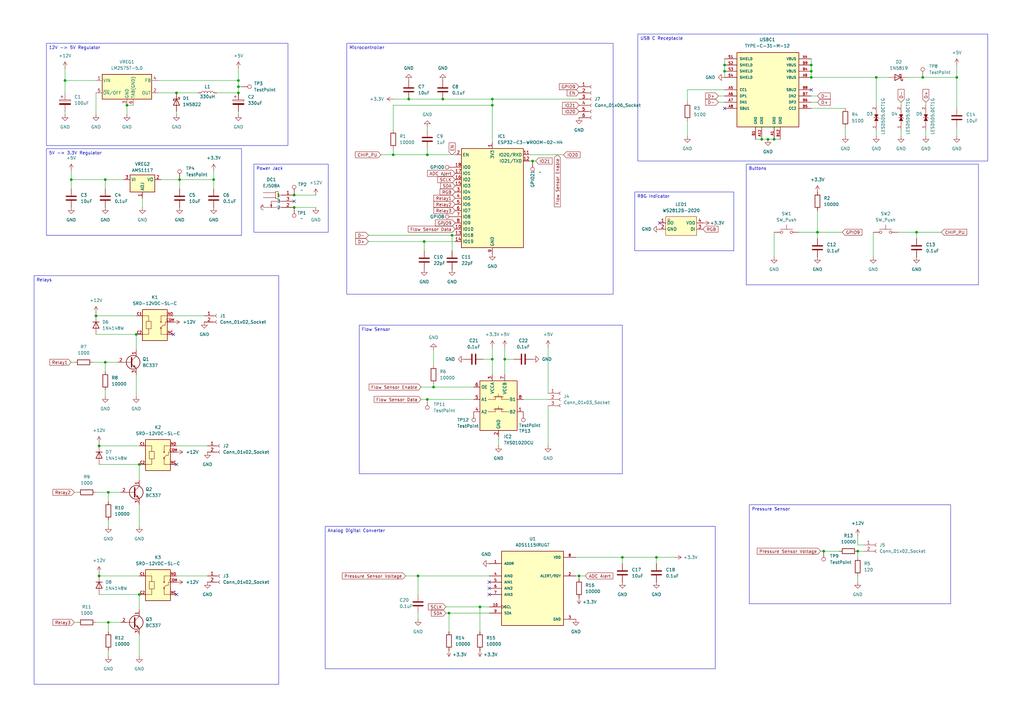
<source format=kicad_sch>
(kicad_sch (version 20250114) (generator "eeschema") (generator_version "9.0")
  (paper "A3")
  (title_block (title "Verdagraph PCB A") (rev "0"))
  (text_box "12V -> 5V Regulator" (at 19.05 17.78 0) (size 99.06 41.91) (margins 0.9525 0.9525 0.9525 0.9525) (effects (font (size 1.27 1.27)) (justify left top)))
  (text_box "Analog Digital Converter" (at 133.35 215.9 0) (size 160.02 58.42) (margins 0.9525 0.9525 0.9525 0.9525) (effects (font (size 1.27 1.27)) (justify left top)))
  (text_box "Buttons" (at 306.07 67.31 0) (size 95.25 49.53) (margins 0.9525 0.9525 0.9525 0.9525) (effects (font (size 1.27 1.27)) (justify left top)))
  (text_box "Relays" (at 13.97 113.03 0) (size 100.33 167.64) (margins 0.9525 0.9525 0.9525 0.9525) (effects (font (size 1.27 1.27)) (justify left top)))
  (text_box "Pressure Sensor" (at 307.34 207.01 0) (size 82.55 40.64) (margins 0.9525 0.9525 0.9525 0.9525) (effects (font (size 1.27 1.27)) (justify left top)))
  (text_box "Flow Sensor" (at 147.32 133.35 0) (size 107.95 60.96) (margins 0.9525 0.9525 0.9525 0.9525) (effects (font (size 1.27 1.27)) (justify left top)))
  (text_box "USB C Receptacle" (at 261.62 13.97 0) (size 143.51 52.07) (margins 0.9525 0.9525 0.9525 0.9525) (effects (font (size 1.27 1.27)) (justify left top)))
  (text_box "5V -> 3.3V Regulator" (at 19.05 60.96 0) (size 80.01 35.56) (margins 0.9525 0.9525 0.9525 0.9525) (effects (font (size 1.27 1.27)) (justify left top)))
  (text_box "Microcontroller" (at 142.24 17.78 0) (size 109.22 102.87) (margins 0.9525 0.9525 0.9525 0.9525) (effects (font (size 1.27 1.27)) (justify left top)))
  (text_box "Power Jack" (at 104.14 67.31 0) (size 30.48 27.94) (margins 0.9525 0.9525 0.9525 0.9525) (effects (font (size 1.27 1.27)) (justify left top)))
  (text_box "RBG Indicator" (at 260.35 78.74 0) (size 40.64 24.13) (margins 0.9525 0.9525 0.9525 0.9525) (effects (font (size 1.27 1.27)) (justify left top)))
  (junction (at 29.21 73.66))
  (junction (at 87.63 73.66))
  (junction (at 269.24 228.6))
  (junction (at 337.82 226.06))
  (junction (at 181.61 40.64))
  (junction (at 359.41 31.75))
  (junction (at 120.65 85.09))
  (junction (at 332.74 26.67))
  (junction (at 317.5 57.15))
  (junction (at 40.64 236.22))
  (junction (at 201.93 40.64))
  (junction (at 255.27 228.6))
  (junction (at 39.37 129.54))
  (junction (at 26.67 33.02))
  (junction (at 207.01 147.32))
  (junction (at 196.85 248.92))
  (junction (at 297.18 26.67))
  (junction (at 378.46 31.75))
  (junction (at 171.45 236.22))
  (junction (at 201.93 147.32))
  (junction (at 55.88 137.16))
  (junction (at 161.29 63.5))
  (junction (at 43.18 73.66))
  (junction (at 97.79 35.56))
  (junction (at 175.26 163.83))
  (junction (at 185.42 96.52))
  (junction (at 177.8 158.75))
  (junction (at 332.74 29.21))
  (junction (at 218.44 66.04))
  (junction (at 167.64 40.64))
  (junction (at 57.15 243.84))
  (junction (at 73.66 73.66))
  (junction (at 173.99 99.06))
  (junction (at 40.64 182.88))
  (junction (at 120.65 80.01))
  (junction (at 314.96 57.15))
  (junction (at 43.18 148.59))
  (junction (at 184.15 251.46))
  (junction (at 44.45 201.93))
  (junction (at 297.18 29.21))
  (junction (at 335.28 95.25))
  (junction (at 57.15 190.5))
  (junction (at 351.79 226.06))
  (junction (at 237.49 236.22))
  (junction (at 52.07 43.18))
  (junction (at 72.39 38.1))
  (junction (at 332.74 31.75))
  (junction (at 201.93 43.18))
  (junction (at 44.45 255.27))
  (junction (at 312.42 57.15))
  (junction (at 375.92 95.25))
  (junction (at 392.43 31.75))
  (junction (at 175.26 63.5))
  (junction (at 97.79 33.02))
  (junction (at 97.79 38.1))
  (no_connect (at 72.39 243.84))
  (no_connect (at 270.51 91.44))
  (no_connect (at 297.18 44.45))
  (no_connect (at 332.74 36.83))
  (no_connect (at 72.39 190.5))
  (no_connect (at 200.66 238.76))
  (no_connect (at 71.12 137.16))
  (no_connect (at 200.66 241.3))
  (no_connect (at 120.65 82.55))
  (no_connect (at 200.66 243.84))
  (wire (pts (xy 39.37 38.1) (xy 39.37 46.99)))
  (wire (pts (xy 30.48 201.93) (xy 31.75 201.93)))
  (wire (pts (xy 297.18 24.13) (xy 297.18 26.67)))
  (wire (pts (xy 332.74 31.75) (xy 359.41 31.75)))
  (wire (pts (xy 156.21 63.5) (xy 161.29 63.5)))
  (wire (pts (xy 39.37 129.54) (xy 55.88 129.54)))
  (wire (pts (xy 332.74 39.37) (xy 335.28 39.37)))
  (wire (pts (xy 72.39 236.22) (xy 85.09 236.22)))
  (wire (pts (xy 369.57 53.34) (xy 369.57 55.88)))
  (wire (pts (xy 297.18 26.67) (xy 297.18 29.21)))
  (wire (pts (xy 332.74 44.45) (xy 346.71 44.45)))
  (wire (pts (xy 314.96 57.15) (xy 317.5 57.15)))
  (wire (pts (xy 43.18 148.59) (xy 48.26 148.59)))
  (wire (pts (xy 375.92 95.25) (xy 386.08 95.25)))
  (wire (pts (xy 327.66 95.25) (xy 335.28 95.25)))
  (wire (pts (xy 26.67 33.02) (xy 26.67 38.1)))
  (wire (pts (xy 87.63 69.85) (xy 87.63 73.66)))
  (wire (pts (xy 335.28 86.36) (xy 335.28 95.25)))
  (wire (pts (xy 64.77 33.02) (xy 97.79 33.02)))
  (wire (pts (xy 182.88 248.92) (xy 196.85 248.92)))
  (wire (pts (xy 39.37 128.27) (xy 39.37 129.54)))
  (wire (pts (xy 224.79 142.24) (xy 224.79 161.29)))
  (wire (pts (xy 392.43 26.67) (xy 392.43 31.75)))
  (wire (pts (xy 175.26 60.96) (xy 175.26 63.5)))
  (wire (pts (xy 369.57 41.91) (xy 369.57 43.18)))
  (wire (pts (xy 88.9 38.1) (xy 97.79 38.1)))
  (wire (pts (xy 236.22 228.6) (xy 255.27 228.6)))
  (wire (pts (xy 218.44 66.04) (xy 217.17 66.04)))
  (wire (pts (xy 40.64 181.61) (xy 40.64 182.88)))
  (wire (pts (xy 44.45 266.7) (xy 44.45 269.24)))
  (wire (pts (xy 201.93 142.24) (xy 201.93 147.32)))
  (wire (pts (xy 240.03 236.22) (xy 237.49 236.22)))
  (wire (pts (xy 129.54 80.01) (xy 120.65 80.01)))
  (wire (pts (xy 207.01 147.32) (xy 207.01 153.67)))
  (wire (pts (xy 161.29 60.96) (xy 161.29 63.5)))
  (wire (pts (xy 255.27 228.6) (xy 269.24 228.6)))
  (wire (pts (xy 351.79 226.06) (xy 351.79 228.6)))
  (wire (pts (xy 198.12 147.32) (xy 201.93 147.32)))
  (wire (pts (xy 219.71 66.04) (xy 218.44 66.04)))
  (wire (pts (xy 237.49 236.22) (xy 236.22 236.22)))
  (wire (pts (xy 55.88 153.67) (xy 55.88 162.56)))
  (wire (pts (xy 196.85 248.92) (xy 200.66 248.92)))
  (wire (pts (xy 39.37 201.93) (xy 44.45 201.93)))
  (wire (pts (xy 177.8 158.75) (xy 194.31 158.75)))
  (wire (pts (xy 72.39 182.88) (xy 85.09 182.88)))
  (wire (pts (xy 182.88 251.46) (xy 184.15 251.46)))
  (wire (pts (xy 336.55 226.06) (xy 337.82 226.06)))
  (wire (pts (xy 43.18 148.59) (xy 43.18 152.4)))
  (wire (pts (xy 335.28 95.25) (xy 345.44 95.25)))
  (wire (pts (xy 97.79 38.1) (xy 97.79 39.37)))
  (wire (pts (xy 281.94 41.91) (xy 281.94 36.83)))
  (wire (pts (xy 294.64 39.37) (xy 297.18 39.37)))
  (wire (pts (xy 129.54 85.09) (xy 120.65 85.09)))
  (wire (pts (xy 73.66 73.66) (xy 73.66 77.47)))
  (wire (pts (xy 184.15 251.46) (xy 184.15 259.08)))
  (wire (pts (xy 57.15 207.01) (xy 57.15 215.9)))
  (wire (pts (xy 161.29 53.34) (xy 161.29 43.18)))
  (wire (pts (xy 269.24 228.6) (xy 276.86 228.6)))
  (wire (pts (xy 44.45 213.36) (xy 44.45 215.9)))
  (wire (pts (xy 50.8 73.66) (xy 43.18 73.66)))
  (wire (pts (xy 151.13 96.52) (xy 185.42 96.52)))
  (wire (pts (xy 87.63 73.66) (xy 87.63 77.47)))
  (wire (pts (xy 309.88 52.07) (xy 320.04 52.07)))
  (wire (pts (xy 177.8 143.51) (xy 177.8 149.86)))
  (wire (pts (xy 379.73 41.91) (xy 379.73 43.18)))
  (wire (pts (xy 44.45 201.93) (xy 44.45 205.74)))
  (wire (pts (xy 297.18 29.21) (xy 297.18 31.75)))
  (wire (pts (xy 151.13 99.06) (xy 173.99 99.06)))
  (wire (pts (xy 372.11 31.75) (xy 378.46 31.75)))
  (wire (pts (xy 73.66 73.66) (xy 87.63 73.66)))
  (wire (pts (xy 351.79 219.71) (xy 351.79 223.52)))
  (wire (pts (xy 38.1 148.59) (xy 43.18 148.59)))
  (wire (pts (xy 57.15 190.5) (xy 57.15 196.85)))
  (wire (pts (xy 52.07 43.18) (xy 54.61 43.18)))
  (wire (pts (xy 172.72 158.75) (xy 177.8 158.75)))
  (wire (pts (xy 175.26 63.5) (xy 186.69 63.5)))
  (wire (pts (xy 359.41 53.34) (xy 359.41 55.88)))
  (wire (pts (xy 201.93 43.18) (xy 201.93 58.42)))
  (wire (pts (xy 58.42 85.09) (xy 58.42 81.28)))
  (wire (pts (xy 185.42 96.52) (xy 186.69 96.52)))
  (wire (pts (xy 44.45 255.27) (xy 49.53 255.27)))
  (wire (pts (xy 64.77 38.1) (xy 72.39 38.1)))
  (wire (pts (xy 309.88 57.15) (xy 312.42 57.15)))
  (wire (pts (xy 44.45 255.27) (xy 44.45 259.08)))
  (wire (pts (xy 358.14 95.25) (xy 358.14 105.41)))
  (wire (pts (xy 43.18 73.66) (xy 43.18 77.47)))
  (wire (pts (xy 44.45 201.93) (xy 49.53 201.93)))
  (wire (pts (xy 207.01 142.24) (xy 207.01 147.32)))
  (wire (pts (xy 39.37 255.27) (xy 44.45 255.27)))
  (wire (pts (xy 97.79 33.02) (xy 97.79 35.56)))
  (wire (pts (xy 161.29 43.18) (xy 201.93 43.18)))
  (wire (pts (xy 97.79 27.94) (xy 97.79 33.02)))
  (wire (pts (xy 332.74 24.13) (xy 332.74 26.67)))
  (wire (pts (xy 71.12 129.54) (xy 83.82 129.54)))
  (wire (pts (xy 177.8 158.75) (xy 177.8 157.48)))
  (wire (pts (xy 29.21 73.66) (xy 43.18 73.66)))
  (wire (pts (xy 378.46 31.75) (xy 392.43 31.75)))
  (wire (pts (xy 43.18 160.02) (xy 43.18 162.56)))
  (wire (pts (xy 26.67 27.94) (xy 26.67 33.02)))
  (wire (pts (xy 317.5 57.15) (xy 320.04 57.15)))
  (wire (pts (xy 231.14 63.5) (xy 217.17 63.5)))
  (wire (pts (xy 97.79 45.72) (xy 97.79 46.99)))
  (wire (pts (xy 40.64 234.95) (xy 40.64 236.22)))
  (wire (pts (xy 359.41 31.75) (xy 364.49 31.75)))
  (wire (pts (xy 351.79 226.06) (xy 354.33 226.06)))
  (wire (pts (xy 175.26 53.34) (xy 175.26 52.07)))
  (wire (pts (xy 335.28 95.25) (xy 335.28 97.79)))
  (wire (pts (xy 368.3 95.25) (xy 375.92 95.25)))
  (wire (pts (xy 332.74 26.67) (xy 332.74 29.21)))
  (wire (pts (xy 392.43 52.07) (xy 392.43 55.88)))
  (wire (pts (xy 66.04 73.66) (xy 73.66 73.66)))
  (wire (pts (xy 332.74 41.91) (xy 335.28 41.91)))
  (wire (pts (xy 171.45 236.22) (xy 171.45 243.84)))
  (wire (pts (xy 161.29 40.64) (xy 167.64 40.64)))
  (wire (pts (xy 39.37 137.16) (xy 55.88 137.16)))
  (wire (pts (xy 375.92 95.25) (xy 375.92 97.79)))
  (wire (pts (xy 181.61 40.64) (xy 201.93 40.64)))
  (wire (pts (xy 29.21 69.85) (xy 29.21 73.66)))
  (wire (pts (xy 255.27 228.6) (xy 255.27 231.14)))
  (wire (pts (xy 184.15 251.46) (xy 200.66 251.46)))
  (wire (pts (xy 237.49 236.22) (xy 237.49 237.49)))
  (wire (pts (xy 196.85 248.92) (xy 196.85 259.08)))
  (wire (pts (xy 185.42 96.52) (xy 185.42 102.87)))
  (wire (pts (xy 72.39 45.72) (xy 72.39 46.99)))
  (wire (pts (xy 171.45 236.22) (xy 200.66 236.22)))
  (wire (pts (xy 332.74 29.21) (xy 332.74 31.75)))
  (wire (pts (xy 392.43 31.75) (xy 392.43 44.45)))
  (wire (pts (xy 201.93 147.32) (xy 201.93 153.67)))
  (wire (pts (xy 214.63 163.83) (xy 224.79 163.83)))
  (wire (pts (xy 173.99 99.06) (xy 186.69 99.06)))
  (wire (pts (xy 97.79 35.56) (xy 97.79 38.1)))
  (wire (pts (xy 312.42 57.15) (xy 314.96 57.15)))
  (wire (pts (xy 167.64 40.64) (xy 181.61 40.64)))
  (wire (pts (xy 40.64 190.5) (xy 57.15 190.5)))
  (wire (pts (xy 201.93 40.64) (xy 237.49 40.64)))
  (wire (pts (xy 294.64 41.91) (xy 297.18 41.91)))
  (wire (pts (xy 351.79 236.22) (xy 351.79 238.76)))
  (wire (pts (xy 201.93 40.64) (xy 201.93 43.18)))
  (wire (pts (xy 359.41 31.75) (xy 359.41 43.18)))
  (wire (pts (xy 29.21 73.66) (xy 29.21 77.47)))
  (wire (pts (xy 26.67 33.02) (xy 39.37 33.02)))
  (wire (pts (xy 175.26 163.83) (xy 194.31 163.83)))
  (wire (pts (xy 72.39 38.1) (xy 81.28 38.1)))
  (wire (pts (xy 379.73 53.34) (xy 379.73 55.88)))
  (wire (pts (xy 57.15 260.35) (xy 57.15 269.24)))
  (wire (pts (xy 30.48 255.27) (xy 31.75 255.27)))
  (wire (pts (xy 161.29 63.5) (xy 175.26 63.5)))
  (wire (pts (xy 26.67 45.72) (xy 26.67 46.99)))
  (wire (pts (xy 52.07 43.18) (xy 52.07 46.99)))
  (wire (pts (xy 281.94 36.83) (xy 297.18 36.83)))
  (wire (pts (xy 317.5 95.25) (xy 317.5 105.41)))
  (wire (pts (xy 29.21 148.59) (xy 30.48 148.59)))
  (wire (pts (xy 354.33 223.52) (xy 351.79 223.52)))
  (wire (pts (xy 204.47 179.07) (xy 204.47 182.88)))
  (wire (pts (xy 281.94 49.53) (xy 281.94 55.88)))
  (wire (pts (xy 346.71 52.07) (xy 346.71 55.88)))
  (wire (pts (xy 40.64 182.88) (xy 57.15 182.88)))
  (wire (pts (xy 55.88 137.16) (xy 55.88 143.51)))
  (wire (pts (xy 173.99 99.06) (xy 173.99 102.87)))
  (wire (pts (xy 269.24 228.6) (xy 269.24 231.14)))
  (wire (pts (xy 224.79 166.37) (xy 224.79 182.88)))
  (wire (pts (xy 172.72 163.83) (xy 175.26 163.83)))
  (wire (pts (xy 207.01 147.32) (xy 210.82 147.32)))
  (wire (pts (xy 166.37 236.22) (xy 171.45 236.22)))
  (wire (pts (xy 57.15 243.84) (xy 57.15 250.19)))
  (wire (pts (xy 40.64 243.84) (xy 57.15 243.84)))
  (wire (pts (xy 337.82 226.06) (xy 344.17 226.06)))
  (wire (pts (xy 171.45 251.46) (xy 171.45 254)))
  (wire (pts (xy 99.06 35.56) (xy 97.79 35.56)))
  (wire (pts (xy 40.64 236.22) (xy 57.15 236.22)))
  (global_label "CHIP_PU" (shape input) (at 156.21 63.5 180) (property "Intersheetrefs" "${INTERSHEET_REFS}" (effects (hide yes))))
  (global_label "ADC Alert" (shape input) (at 186.69 71.12 180) (property "Intersheetrefs" "${INTERSHEET_REFS}" (effects (hide yes))))
  (global_label "D-" (shape input) (at 335.28 39.37 0) (property "Intersheetrefs" "${INTERSHEET_REFS}" (effects (hide yes))))
  (global_label "D+" (shape input) (at 294.64 39.37 180) (property "Intersheetrefs" "${INTERSHEET_REFS}" (effects (hide yes))))
  (global_label "Relay2" (shape input) (at 186.69 83.82 180) (property "Intersheetrefs" "${INTERSHEET_REFS}" (effects (hide yes))))
  (global_label "Flow Sensor Enable" (shape input) (at 228.6 63.5 270) (property "Intersheetrefs" "${INTERSHEET_REFS}" (effects (hide yes))))
  (global_label "Relay1" (shape input) (at 29.21 148.59 180) (property "Intersheetrefs" "${INTERSHEET_REFS}" (effects (hide yes))))
  (global_label "Relay3" (shape input) (at 30.48 255.27 180) (property "Intersheetrefs" "${INTERSHEET_REFS}" (effects (hide yes))))
  (global_label "Relay2" (shape input) (at 30.48 201.93 180) (property "Intersheetrefs" "${INTERSHEET_REFS}" (effects (hide yes))))
  (global_label "SDA" (shape input) (at 186.69 76.2 180) (property "Intersheetrefs" "${INTERSHEET_REFS}" (effects (hide yes))))
  (global_label "IO20" (shape input) (at 231.14 63.5 0) (property "Intersheetrefs" "${INTERSHEET_REFS}" (effects (hide yes))))
  (global_label "D+" (shape input) (at 335.28 41.91 0) (property "Intersheetrefs" "${INTERSHEET_REFS}" (effects (hide yes))))
  (global_label "ADC Alert" (shape input) (at 240.03 236.22 0) (property "Intersheetrefs" "${INTERSHEET_REFS}" (effects (hide yes))))
  (global_label "D-" (shape input) (at 151.13 96.52 180) (property "Intersheetrefs" "${INTERSHEET_REFS}" (effects (hide yes))))
  (global_label "Relay3" (shape input) (at 186.69 86.36 180) (property "Intersheetrefs" "${INTERSHEET_REFS}" (effects (hide yes))))
  (global_label "IO21" (shape input) (at 219.71 66.04 0) (property "Intersheetrefs" "${INTERSHEET_REFS}" (effects (hide yes))))
  (global_label "EN" (shape input) (at 237.49 38.1 180) (property "Intersheetrefs" "${INTERSHEET_REFS}" (effects (hide yes))))
  (global_label "SDA" (shape input) (at 182.88 251.46 180) (property "Intersheetrefs" "${INTERSHEET_REFS}" (effects (hide yes))))
  (global_label "Flow Sensor Enable" (shape input) (at 172.72 158.75 180) (property "Intersheetrefs" "${INTERSHEET_REFS}" (effects (hide yes))))
  (global_label "Pressure Sensor Voltage" (shape input) (at 336.55 226.06 180) (property "Intersheetrefs" "${INTERSHEET_REFS}" (effects (hide yes))))
  (global_label "GPIO9" (shape input) (at 345.44 95.25 0) (property "Intersheetrefs" "${INTERSHEET_REFS}" (effects (hide yes))))
  (global_label "EN" (shape input) (at 185.42 63.5 90) (property "Intersheetrefs" "${INTERSHEET_REFS}" (effects (hide yes))))
  (global_label "IO21" (shape input) (at 237.49 43.18 180) (property "Intersheetrefs" "${INTERSHEET_REFS}" (effects (hide yes))))
  (global_label "Flow Sensor Data" (shape input) (at 186.69 93.98 180) (property "Intersheetrefs" "${INTERSHEET_REFS}" (effects (hide yes))))
  (global_label "SCLK" (shape input) (at 182.88 248.92 180) (property "Intersheetrefs" "${INTERSHEET_REFS}" (effects (hide yes))))
  (global_label "D+" (shape input) (at 151.13 99.06 180) (property "Intersheetrefs" "${INTERSHEET_REFS}" (effects (hide yes))))
  (global_label "SCLK" (shape input) (at 186.69 73.66 180) (property "Intersheetrefs" "${INTERSHEET_REFS}" (effects (hide yes))))
  (global_label "D-" (shape input) (at 294.64 41.91 180) (property "Intersheetrefs" "${INTERSHEET_REFS}" (effects (hide yes))))
  (global_label "Relay1" (shape input) (at 186.69 81.28 180) (property "Intersheetrefs" "${INTERSHEET_REFS}" (effects (hide yes))))
  (global_label "GPIO9" (shape input) (at 186.69 91.44 180) (property "Intersheetrefs" "${INTERSHEET_REFS}" (effects (hide yes))))
  (global_label "Flow Sensor Data" (shape input) (at 172.72 163.83 180) (property "Intersheetrefs" "${INTERSHEET_REFS}" (effects (hide yes))))
  (global_label "D+" (shape input) (at 379.73 41.91 90) (property "Intersheetrefs" "${INTERSHEET_REFS}" (effects (hide yes))))
  (global_label "D-" (shape input) (at 369.57 41.91 90) (property "Intersheetrefs" "${INTERSHEET_REFS}" (effects (hide yes))))
  (global_label "Pressure Sensor Voltage" (shape input) (at 166.37 236.22 180) (property "Intersheetrefs" "${INTERSHEET_REFS}" (effects (hide yes))))
  (global_label "GPIO9" (shape input) (at 237.49 35.56 180) (property "Intersheetrefs" "${INTERSHEET_REFS}" (effects (hide yes))))
  (global_label "IO20" (shape input) (at 237.49 45.72 180) (property "Intersheetrefs" "${INTERSHEET_REFS}" (effects (hide yes))))
  (global_label "RGB" (shape input) (at 288.29 93.98 0) (property "Intersheetrefs" "${INTERSHEET_REFS}" (effects (hide yes))))
  (global_label "CHIP_PU" (shape input) (at 386.08 95.25 0) (property "Intersheetrefs" "${INTERSHEET_REFS}" (effects (hide yes))))
  (global_label "RGB" (shape input) (at 186.69 78.74 180) (property "Intersheetrefs" "${INTERSHEET_REFS}" (effects (hide yes))))
  (symbol (lib_id "Device:R") (at 351.79 232.41 0) (unit 1)
    (property "Reference" "R5" (at 354.33 231.1399 0) (effects (justify left)))
    (property "Value" "120" (at 354.33 233.6799 0) (effects (justify left)))
    (property "Footprint" "easyeda2kicad:RES-TH_BD2.2-L6.5-P10.50-D0.6" (effects (hide yes)))
    (property "Datasheet" "https://www.lcsc.com/product-detail/Through-Hole-Resistors_YAGEO-MFR-25FTE52-120R_C172969.html" (effects (hide yes)))
    (property "Description" "Resistor" (effects (hide yes)))
    (property "LCSC Part" "C172969" (effects (hide yes)))
  )
  (symbol (lib_id "Connector:TestPoint") (at 378.46 31.75 0) (unit 1)
    (property "Reference" "TP8" (at 381 27.1779 0) (effects (justify left)))
    (property "Value" "TestPoint" (at 381 29.7179 0) (effects (justify left)))
    (property "Footprint" "TestPoint:TestPoint_Pad_2.0x2.0mm" (effects (hide yes)))
    (property "Description" "test point" (effects (hide yes)))
  )
  (symbol (lib_id "Device:C") (at 214.63 147.32 90) (unit 1)
    (property "Reference" "C22" (at 214.63 139.7 90))
    (property "Value" "0.1uF" (at 214.63 142.24 90))
    (property "Footprint" "easyeda2kicad:C0402" (effects (hide yes)))
    (property "Datasheet" "https://lcsc.com/product-detail/Multilayer-Ceramic-Capacitors-MLCC-SMD-SMT_SAMSUNG_CL05B104KO5NNNC_100nF-104-10-16V_C1525.html" (effects (hide yes)))
    (property "Description" "Unpolarized capacitor" (effects (hide yes)))
    (property "LCSC Part" "C1525" (effects (hide yes)))
  )
  (symbol (lib_id "power:+12V") (at 39.37 128.27 0) (unit 1)
    (property "Reference" "#PWR080" (effects (hide yes)))
    (property "Value" "+12V" (at 39.37 123.19 0))
    (property "Description" "Power symbol creates a global label with name \"+12V\"" (effects (hide yes)))
  )
  (symbol (lib_id "Device:C") (at 175.26 57.15 0) (unit 1)
    (property "Reference" "C9" (at 179.07 55.8799 0) (effects (justify left)))
    (property "Value" "1uF" (at 179.07 58.4199 0) (effects (justify left)))
    (property "Footprint" "easyeda2kicad:C0603" (effects (hide yes)))
    (property "Datasheet" "https://lcsc.com/product-detail/Multilayer-Ceramic-Capacitors-MLCC-SMD-SMT_SAMSUNG_CL10A105KO8NNNC_1uF-105-10-16V_C1592.html" (effects (hide yes)))
    (property "Description" "Unpolarized capacitor" (effects (hide yes)))
    (property "LCSC Part" "C1592" (effects (hide yes)))
  )
  (symbol (lib_id "power:GND") (at 97.79 46.99 0) (unit 1)
    (property "Reference" "#PWR016" (effects (hide yes)))
    (property "Value" "GND" (at 97.79 52.07 0))
    (property "Description" "Power symbol creates a global label with name \"GND\" , ground" (effects (hide yes)))
  )
  (symbol (lib_id "easyeda2kicad:EJ508A") (at 115.57 82.55 0) (unit 1)
    (property "Reference" "DC1" (at 111.2689 73.66 0))
    (property "Value" "EJ508A" (at 111.2689 76.2 0))
    (property "Footprint" "easyeda2kicad:DC-IN-TH_EJ508A" (effects (hide yes)))
    (property "LCSC Part" "C3030986" (effects (hide yes)))
  )
  (symbol (lib_id "Connector:TestPoint") (at 175.26 163.83 180) (unit 1)
    (property "Reference" "TP11" (at 177.8 165.8619 0) (effects (justify right)))
    (property "Value" "TestPoint" (at 177.8 168.4019 0) (effects (justify right)))
    (property "Footprint" "TestPoint:TestPoint_Pad_2.0x2.0mm" (effects (hide yes)))
    (property "Description" "test point" (effects (hide yes)))
  )
  (symbol (lib_id "power:GND") (at 369.57 55.88 0) (unit 1)
    (property "Reference" "#PWR023" (effects (hide yes)))
    (property "Value" "GND" (at 369.57 60.96 0))
    (property "Description" "Power symbol creates a global label with name \"GND\" , ground" (effects (hide yes)))
  )
  (symbol (lib_id "Device:C") (at 73.66 81.28 0) (unit 1)
    (property "Reference" "C5" (at 77.47 80.0099 0) (effects (justify left)))
    (property "Value" "10uF" (at 77.47 82.5499 0) (effects (justify left)))
    (property "Footprint" "easyeda2kicad:C0805" (effects (hide yes)))
    (property "Datasheet" "https://lcsc.com/product-detail/Multilayer-Ceramic-Capacitors-MLCC-SMD-SMT_SAMSUNG_CL21A106KOQNNNE_10uF-106-10-16V_C1713.html" (effects (hide yes)))
    (property "Description" "Unpolarized capacitor" (effects (hide yes)))
    (property "LCSC Part" "C1713" (effects (hide yes)))
  )
  (symbol (lib_id "Device:R") (at 335.28 82.55 0) (unit 1)
    (property "Reference" "R2" (at 337.82 81.2799 0) (effects (justify left)))
    (property "Value" "10000" (at 337.82 83.8199 0) (effects (justify left)))
    (property "Footprint" "easyeda2kicad:R1206" (effects (hide yes)))
    (property "Datasheet" "https://lcsc.com/product-detail/Chip-Resistor-Surface-Mount-UniOhm_10KR-103-5_C1489.html" (effects (hide yes)))
    (property "Description" "Resistor" (effects (hide yes)))
    (property "LCSC Part" "C1489" (effects (hide yes)))
  )
  (symbol (lib_id "power:+5V") (at 97.79 27.94 0) (unit 1)
    (property "Reference" "#PWR012" (effects (hide yes)))
    (property "Value" "+5V" (at 97.79 22.86 0))
    (property "Description" "Power symbol creates a global label with name \"+5V\"" (effects (hide yes)))
  )
  (symbol (lib_id "Connector:TestPoint") (at 186.69 88.9 90) (unit 1)
    (property "Reference" "GPIO8" (at 179.324 88.9 90))
    (property "Value" "~" (at 182.1181 91.44 0) (effects (justify right)))
    (property "Footprint" "TestPoint:TestPoint_Pad_2.0x2.0mm" (effects (hide yes)))
    (property "Description" "test point" (effects (hide yes)))
  )
  (symbol (lib_id "Device:C") (at 185.42 106.68 0) (unit 1)
    (property "Reference" "C11" (at 189.23 105.4099 0) (effects (justify left)))
    (property "Value" "22pF" (at 189.23 107.9499 0) (effects (justify left)))
    (property "Footprint" "easyeda2kicad:C0603" (effects (hide yes)))
    (property "Datasheet" "https://lcsc.com/product-detail/Multilayer-Ceramic-Capacitors-MLCC-SMD-SMT_SAMSUNG_CL10C220JB8NNNC_22pF-220-5-50V_C1653.html" (effects (hide yes)))
    (property "Description" "Unpolarized capacitor" (effects (hide yes)))
    (property "LCSC Part" "C1653" (effects (hide yes)))
  )
  (symbol (lib_id "Device:C_Polarized") (at 26.67 41.91 0) (unit 1)
    (property "Reference" "C1" (at 30.48 39.7509 0) (effects (justify left)))
    (property "Value" "100uF" (at 30.48 42.2909 0) (effects (justify left)))
    (property "Footprint" "easyeda2kicad:CAP-SMD_BD8.0-L8.3-W8.3-FD" (effects (hide yes)))
    (property "Datasheet" "https://lcsc.com/product-detail/Aluminum-Electrolytic-Capacitors-SMD_100uF-50V-20_C72480.html" (effects (hide yes)))
    (property "Description" "Polarized capacitor" (effects (hide yes)))
    (property "LCSC Part" "C72480" (effects (hide yes)))
  )
  (symbol (lib_id "power:+5V") (at 29.21 69.85 0) (unit 1)
    (property "Reference" "#PWR03" (effects (hide yes)))
    (property "Value" "+5V" (at 29.21 64.77 0))
    (property "Description" "Power symbol creates a global label with name \"+5V\"" (effects (hide yes)))
  )
  (symbol (lib_id "easyeda2kicad:LM2575SX-5.0_NOPB") (at -33.02 12.7 0) (unit 1)
    (property "Reference" "U2" (at -33.02 -1.27 0))
    (property "Value" "LM2575SX-5.0/NOPB" (at -33.02 0 0))
    (property "Footprint" "easyeda2kicad:TO-263-5_L10.2-W8.9-P1.70-TL" (effects (hide yes)))
    (property "Datasheet" "https://lcsc.com/product-detail/PMIC-AC-DC-Converters_TI_LM2575SX-5-0-NOPB_LM2575SX-5-0-NOPB_C12061.html" (effects (hide yes)))
    (property "LCSC Part" "C12061" (effects (hide yes)))
  )
  (symbol (lib_id "Drip:TYPE-C-31-M-12") (at 314.96 41.91 0) (unit 1)
    (property "Reference" "USBC1" (at 314.706 16.256 0))
    (property "Value" "TYPE-C-31-M-12" (at 314.706 18.796 0))
    (property "Footprint" "easyeda2kicad:USB-C_SMD-TYPE-C-31-M-12" (effects (hide yes)))
    (property "Datasheet" "https://jlcpcb.com/api/file/downloadByFileSystemAccessId/8550723676069908480" (effects (hide yes)))
    (property "LCSC Part" "C165948" (effects (hide yes)))
  )
  (symbol (lib_id "power:GND") (at 346.71 55.88 0) (unit 1)
    (property "Reference" "#PWR020" (effects (hide yes)))
    (property "Value" "GND" (at 346.71 60.96 0))
    (property "Description" "Power symbol creates a global label with name \"GND\" , ground" (effects (hide yes)))
  )
  (symbol (lib_id "Connector:TestPoint") (at 120.65 85.09 180) (unit 1)
    (property "Reference" "TP1" (at 121.92 87.376 0) (effects (justify right)))
    (property "Value" "~" (at 123.19 89.6619 0) (effects (justify right)))
    (property "Footprint" "TestPoint:TestPoint_Pad_2.0x2.0mm" (effects (hide yes)))
    (property "Description" "test point" (effects (hide yes)))
  )
  (symbol (lib_id "power:GND") (at 29.21 85.09 0) (unit 1)
    (property "Reference" "#PWR04" (effects (hide yes)))
    (property "Value" "GND" (at 29.21 90.17 0))
    (property "Description" "Power symbol creates a global label with name \"GND\" , ground" (effects (hide yes)))
  )
  (symbol (lib_id "Connector:Conn_01x02_Socket") (at 90.17 236.22 0) (unit 1)
    (property "Reference" "J3" (at 91.44 236.2199 0) (effects (justify left)))
    (property "Value" "Conn_01x02_Socket" (at 91.44 238.7599 0) (effects (justify left)))
    (property "Footprint" "easyeda2kicad:CONN-TH_B2B-XH-A-LF-SN" (effects (hide yes)))
    (property "Datasheet" "https://lcsc.com/product-detail/XH-Connectors_JST_B2B-XH-A-LF-SN_XHsocket-1-2P-pitch2-5mm_C158012.html" (effects (hide yes)))
    (property "Description" "Generic connector, single row, 01x02, script generated" (effects (hide yes)))
    (property "LCSC Part" "C158012" (effects (hide yes)))
  )
  (symbol (lib_id "Switch:SW_Push") (at 322.58 95.25 0) (unit 1)
    (property "Reference" "SW1" (at 322.58 87.63 0))
    (property "Value" "SW_Push" (at 322.58 90.17 0))
    (property "Footprint" "easyeda2kicad:SW-TH_5P-L6.0-W6.0-P4.50-LS6.5" (effects (hide yes)))
    (property "Datasheet" "https://www.lcsc.com/product-detail/Pushbutton-Switches_ALPSALPINE-SKHHQVA010_C470256.html" (effects (hide yes)))
    (property "Description" "Push button switch, generic, two pins" (effects (hide yes)))
    (property "LCSC Part" "C470256" (effects (hide yes)))
  )
  (symbol (lib_id "Device:L") (at 85.09 38.1 90) (unit 1)
    (property "Reference" "L1" (at 85.09 35.56 90))
    (property "Value" "330uH" (at 85.09 39.624 90))
    (property "Footprint" "easyeda2kicad:IND-SMD_L12.3-W12.3" (effects (hide yes)))
    (property "Datasheet" "https://lcsc.com/product-detail/Power-Inductors_330uH-20_C10152.html" (effects (hide yes)))
    (property "Description" "Inductor" (effects (hide yes)))
    (property "LCSC Part" "10152" (effects (hide yes)))
  )
  (symbol (lib_id "power:+12V") (at 72.39 185.42 270) (unit 1)
    (property "Reference" "#PWR033" (effects (hide yes)))
    (property "Value" "+12V" (at 76.2 185.4199 90) (effects (justify left)))
    (property "Description" "Power symbol creates a global label with name \"+12V\"" (effects (hide yes)))
  )
  (symbol (lib_id "Device:C") (at 29.21 81.28 0) (unit 1)
    (property "Reference" "C3" (at 33.02 80.0099 0) (effects (justify left)))
    (property "Value" "10uF" (at 33.02 82.5499 0) (effects (justify left)))
    (property "Footprint" "easyeda2kicad:C0805" (effects (hide yes)))
    (property "Datasheet" "https://lcsc.com/product-detail/Multilayer-Ceramic-Capacitors-MLCC-SMD-SMT_SAMSUNG_CL21A106KOQNNNE_10uF-106-10-16V_C1713.html" (effects (hide yes)))
    (property "Description" "Unpolarized capacitor" (effects (hide yes)))
    (property "LCSC Part" "C1713" (effects (hide yes)))
  )
  (symbol (lib_id "power:GND") (at 297.18 31.75 270) (unit 1)
    (property "Reference" "#PWR060" (effects (hide yes)))
    (property "Value" "GND" (at 293.37 31.7499 90) (effects (justify right)))
    (property "Description" "Power symbol creates a global label with name \"GND\" , ground" (effects (hide yes)))
  )
  (symbol (lib_id "Device:R") (at 161.29 57.15 0) (unit 1)
    (property "Reference" "R1" (at 163.83 55.8799 0) (effects (justify left)))
    (property "Value" "10000" (at 163.83 58.4199 0) (effects (justify left)))
    (property "Footprint" "easyeda2kicad:R1206" (effects (hide yes)))
    (property "Datasheet" "https://lcsc.com/product-detail/Chip-Resistor-Surface-Mount-UniOhm_10KR-103-5_C1489.html" (effects (hide yes)))
    (property "Description" "Resistor" (effects (hide yes)))
    (property "LCSC Part" "C1489" (effects (hide yes)))
  )
  (symbol (lib_id "power:GND") (at 185.42 110.49 0) (unit 1)
    (property "Reference" "#PWR067" (effects (hide yes)))
    (property "Value" "GND" (at 185.42 115.57 0))
    (property "Description" "Power symbol creates a global label with name \"GND\" , ground" (effects (hide yes)))
  )
  (symbol (lib_id "power:GND") (at 314.96 57.15 0) (unit 1)
    (property "Reference" "#PWR059" (effects (hide yes)))
    (property "Value" "GND" (at 314.96 62.23 0))
    (property "Description" "Power symbol creates a global label with name \"GND\" , ground" (effects (hide yes)))
  )
  (symbol (lib_id "Diode:1N5822") (at 72.39 41.91 270) (unit 1)
    (property "Reference" "D1" (at 74.93 40.3224 90) (effects (justify left)))
    (property "Value" "1N5822" (at 74.93 42.8624 90) (effects (justify left)))
    (property "Footprint" "easyeda2kicad:DO-201AD_BD5.3-L8.4-P12.50-D1.4-FD" (effects (hide yes)))
    (property "Datasheet" "https://lcsc.com/product-detail/Schottky-Barrier-Diodes-SBD_1N5822_C2476.html" (effects (hide yes)))
    (property "Description" "40V 3A Schottky Barrier Rectifier Diode, DO-201AD" (effects (hide yes)))
    (property "LCSC Part" "C2476" (effects (hide yes)))
  )
  (symbol (lib_id "power:GND") (at 173.99 110.49 0) (unit 1)
    (property "Reference" "#PWR072" (effects (hide yes)))
    (property "Value" "GND" (at 173.99 115.57 0))
    (property "Description" "Power symbol creates a global label with name \"GND\" , ground" (effects (hide yes)))
  )
  (symbol (lib_id "power:+3.3V") (at 201.93 142.24 0) (unit 1)
    (property "Reference" "#PWR042" (effects (hide yes)))
    (property "Value" "+3.3V" (at 201.93 137.16 0))
    (property "Description" "Power symbol creates a global label with name \"+3.3V\"" (effects (hide yes)))
  )
  (symbol (lib_id "power:+3.3V") (at 335.28 78.74 0) (unit 1)
    (property "Reference" "#PWR061" (effects (hide yes)))
    (property "Value" "+3.3V" (at 335.28 73.66 0))
    (property "Description" "Power symbol creates a global label with name \"+3.3V\"" (effects (hide yes)))
  )
  (symbol (lib_id "Device:C") (at 87.63 81.28 0) (unit 1)
    (property "Reference" "C6" (at 91.44 80.0099 0) (effects (justify left)))
    (property "Value" "0.1uF" (at 91.44 82.5499 0) (effects (justify left)))
    (property "Footprint" "easyeda2kicad:C0402" (effects (hide yes)))
    (property "Datasheet" "https://lcsc.com/product-detail/Multilayer-Ceramic-Capacitors-MLCC-SMD-SMT_SAMSUNG_CL05B104KO5NNNC_100nF-104-10-16V_C1525.html" (effects (hide yes)))
    (property "Description" "Unpolarized capacitor" (effects (hide yes)))
    (property "LCSC Part" "C1525" (effects (hide yes)))
  )
  (symbol (lib_id "power:GND") (at 218.44 147.32 90) (unit 1)
    (property "Reference" "#PWR09" (effects (hide yes)))
    (property "Value" "GND" (at 222.25 147.3199 90) (effects (justify right)))
    (property "Description" "Power symbol creates a global label with name \"GND\" , ground" (effects (hide yes)))
  )
  (symbol (lib_id "power:GND") (at 57.15 215.9 0) (unit 1)
    (property "Reference" "#PWR032" (effects (hide yes)))
    (property "Value" "GND" (at 57.15 220.98 0))
    (property "Description" "Power symbol creates a global label with name \"GND\" , ground" (effects (hide yes)))
  )
  (symbol (lib_id "Device:R") (at 34.29 148.59 90) (unit 1)
    (property "Reference" "R7" (at 34.29 142.24 90))
    (property "Value" "1000" (at 34.29 144.78 90))
    (property "Footprint" "easyeda2kicad:R0603" (effects (hide yes)))
    (property "Datasheet" "https://lcsc.com/product-detail/Chip-Resistor-Surface-Mount-UniOhm_1KR-1001-1_C21190.html" (effects (hide yes)))
    (property "Description" "Resistor" (effects (hide yes)))
    (property "LCSC Part" "C21190" (effects (hide yes)))
  )
  (symbol (lib_id "power:GND") (at 375.92 105.41 0) (unit 1)
    (property "Reference" "#PWR066" (effects (hide yes)))
    (property "Value" "GND" (at 375.92 110.49 0))
    (property "Description" "Power symbol creates a global label with name \"GND\" , ground" (effects (hide yes)))
  )
  (symbol (lib_id "Device:C") (at 43.18 81.28 0) (unit 1)
    (property "Reference" "C4" (at 46.99 80.0099 0) (effects (justify left)))
    (property "Value" "0.1uF" (at 46.99 82.5499 0) (effects (justify left)))
    (property "Footprint" "easyeda2kicad:C0402" (effects (hide yes)))
    (property "Datasheet" "https://lcsc.com/product-detail/Multilayer-Ceramic-Capacitors-MLCC-SMD-SMT_SAMSUNG_CL05B104KO5NNNC_100nF-104-10-16V_C1525.html" (effects (hide yes)))
    (property "Description" "Unpolarized capacitor" (effects (hide yes)))
    (property "LCSC Part" "C1525" (effects (hide yes)))
  )
  (symbol (lib_id "power:+3.3V") (at 237.49 245.11 180) (unit 1)
    (property "Reference" "#PWR054" (effects (hide yes)))
    (property "Value" "+3.3V" (at 241.808 246.888 0))
    (property "Description" "Power symbol creates a global label with name \"+3.3V\"" (effects (hide yes)))
  )
  (symbol (lib_id "Device:R") (at 44.45 262.89 0) (unit 1)
    (property "Reference" "R12" (at 46.99 261.6199 0) (effects (justify left)))
    (property "Value" "10000" (at 46.99 264.1599 0) (effects (justify left)))
    (property "Footprint" "easyeda2kicad:R1206" (effects (hide yes)))
    (property "Datasheet" "https://lcsc.com/product-detail/Chip-Resistor-Surface-Mount-UniOhm_10KR-103-5_C1489.html" (effects (hide yes)))
    (property "Description" "Resistor" (effects (hide yes)))
    (property "LCSC Part" "C1489" (effects (hide yes)))
  )
  (symbol (lib_id "power:+12V") (at 26.67 27.94 0) (unit 1)
    (property "Reference" "#PWR010" (effects (hide yes)))
    (property "Value" "+12V" (at 26.67 22.86 0))
    (property "Description" "Power symbol creates a global label with name \"+12V\"" (effects (hide yes)))
  )
  (symbol (lib_id "Regulator_Linear:AMS1117") (at 58.42 73.66 0) (unit 1)
    (property "Reference" "VREG2" (at 58.42 67.31 0))
    (property "Value" "AMS1117" (at 58.42 69.85 0))
    (property "Footprint" "Package_TO_SOT_SMD:SOT-223-3_TabPin2" (effects (hide yes)))
    (property "Datasheet" "https://lcsc.com/product-detail/Low-Dropout-Regulators-LDO_AMS_AMS1117-3-3_AMS1117-3-3_C6186.html" (effects (hide yes)))
    (property "Description" "1A Low Dropout regulator, positive, adjustable output, SOT-223" (effects (hide yes)))
    (property "LCSC Part" "C6186" (effects (hide yes)))
  )
  (symbol (lib_id "power:GND") (at 72.39 46.99 0) (unit 1)
    (property "Reference" "#PWR015" (effects (hide yes)))
    (property "Value" "GND" (at 72.39 52.07 0))
    (property "Description" "Power symbol creates a global label with name \"GND\" , ground" (effects (hide yes)))
  )
  (symbol (lib_id "Transistor_BJT:BC337") (at 53.34 148.59 0) (unit 1)
    (property "Reference" "Q1" (at 58.42 147.3199 0) (effects (justify left)))
    (property "Value" "BC337" (at 58.42 149.8599 0) (effects (justify left)))
    (property "Footprint" "easyeda2kicad:TO-92-3_L4.8-W3.7-P2.54-R" (effects (hide yes)))
    (property "Datasheet" "https://lcsc.com/product-detail/Transistors-NPN-PNP_BLUE-ROCKET-BC337_C328602.html" (effects (hide yes)))
    (property "Description" "0.8A Ic, 45V Vce, NPN Transistor, TO-92" (effects (hide yes)))
    (property "LCSC Part" "C328602" (effects (hide yes)))
  )
  (symbol (lib_id "power:+12V") (at 40.64 234.95 0) (unit 1)
    (property "Reference" "#PWR078" (effects (hide yes)))
    (property "Value" "+12V" (at 40.64 229.87 0))
    (property "Description" "Power symbol creates a global label with name \"+12V\"" (effects (hide yes)))
  )
  (symbol (lib_id "power:GND") (at 269.24 238.76 0) (unit 1)
    (property "Reference" "#PWR053" (effects (hide yes)))
    (property "Value" "GND" (at 269.24 243.84 0))
    (property "Description" "Power symbol creates a global label with name \"GND\" , ground" (effects (hide yes)))
  )
  (symbol (lib_id "power:GND") (at 351.79 238.76 0) (unit 1)
    (property "Reference" "#PWR046" (effects (hide yes)))
    (property "Value" "GND" (at 351.79 243.84 0))
    (property "Description" "Power symbol creates a global label with name \"GND\" , ground" (effects (hide yes)))
  )
  (symbol (lib_id "Connector:TestPoint") (at 218.44 66.04 180) (unit 1)
    (property "Reference" "GPIO21" (at 218.44 73.406 90))
    (property "Value" "~" (at 220.98 70.6119 0) (effects (justify right)))
    (property "Footprint" "TestPoint:TestPoint_Pad_2.0x2.0mm" (effects (hide yes)))
    (property "Description" "test point" (effects (hide yes)))
  )
  (symbol (lib_id "Device:R") (at 177.8 153.67 0) (unit 1)
    (property "Reference" "R6" (at 180.34 152.3999 0) (effects (justify left)))
    (property "Value" "10000" (at 180.34 154.9399 0) (effects (justify left)))
    (property "Footprint" "easyeda2kicad:R1206" (effects (hide yes)))
    (property "Datasheet" "https://lcsc.com/product-detail/Chip-Resistor-Surface-Mount-UniOhm_10KR-103-5_C1489.html" (effects (hide yes)))
    (property "Description" "Resistor" (effects (hide yes)))
    (property "LCSC Part" "C1489" (effects (hide yes)))
  )
  (symbol (lib_id "power:GND") (at 87.63 85.09 0) (unit 1)
    (property "Reference" "#PWR07" (effects (hide yes)))
    (property "Value" "GND" (at 87.63 90.17 0))
    (property "Description" "Power symbol creates a global label with name \"GND\" , ground" (effects (hide yes)))
  )
  (symbol (lib_id "power:GND") (at 236.22 254 0) (unit 1)
    (property "Reference" "#PWR069" (effects (hide yes)))
    (property "Value" "GND" (at 236.22 259.08 0))
    (property "Description" "Power symbol creates a global label with name \"GND\" , ground" (effects (hide yes)))
  )
  (symbol (lib_id "Device:R") (at 281.94 45.72 0) (unit 1)
    (property "Reference" "R3" (at 284.48 44.4499 0) (effects (justify left)))
    (property "Value" "5100" (at 284.48 46.9899 0) (effects (justify left)))
    (property "Footprint" "easyeda2kicad:R0603" (effects (hide yes)))
    (property "Datasheet" "https://lcsc.com/product-detail/Chip-Resistor-Surface-Mount-UniOhm_5-1KR-5101-1_C23186.html" (effects (hide yes)))
    (property "Description" "Resistor" (effects (hide yes)))
    (property "LCSC Part" "C23186" (effects (hide yes)))
  )
  (symbol (lib_id "power:GND") (at 39.37 46.99 0) (unit 1)
    (property "Reference" "#PWR013" (effects (hide yes)))
    (property "Value" "GND" (at 39.37 52.07 0))
    (property "Description" "Power symbol creates a global label with name \"GND\" , ground" (effects (hide yes)))
  )
  (symbol (lib_id "Transistor_BJT:BC337") (at 54.61 201.93 0) (unit 1)
    (property "Reference" "Q2" (at 59.69 200.6599 0) (effects (justify left)))
    (property "Value" "BC337" (at 59.69 203.1999 0) (effects (justify left)))
    (property "Footprint" "easyeda2kicad:TO-92-3_L4.8-W3.7-P2.54-R" (effects (hide yes)))
    (property "Datasheet" "https://lcsc.com/product-detail/Transistors-NPN-PNP_BLUE-ROCKET-BC337_C328602.html" (effects (hide yes)))
    (property "Description" "0.8A Ic, 45V Vce, NPN Transistor, TO-92" (effects (hide yes)))
    (property "LCSC Part" "C328602" (effects (hide yes)))
  )
  (symbol (lib_id "power:GND") (at 52.07 46.99 0) (unit 1)
    (property "Reference" "#PWR014" (effects (hide yes)))
    (property "Value" "GND" (at 52.07 52.07 0))
    (property "Description" "Power symbol creates a global label with name \"GND\" , ground" (effects (hide yes)))
  )
  (symbol (lib_id "power:GND") (at 204.47 182.88 0) (unit 1)
    (property "Reference" "#PWR040" (effects (hide yes)))
    (property "Value" "GND" (at 204.47 187.96 0))
    (property "Description" "Power symbol creates a global label with name \"GND\" , ground" (effects (hide yes)))
  )
  (symbol (lib_id "Device:C") (at 269.24 234.95 0) (unit 1)
    (property "Reference" "C18" (at 273.05 233.6799 0) (effects (justify left)))
    (property "Value" "0.1uF" (at 273.05 236.2199 0) (effects (justify left)))
    (property "Footprint" "easyeda2kicad:C0402" (effects (hide yes)))
    (property "Datasheet" "https://lcsc.com/product-detail/Multilayer-Ceramic-Capacitors-MLCC-SMD-SMT_SAMSUNG_CL05B104KO5NNNC_100nF-104-10-16V_C1525.html" (effects (hide yes)))
    (property "Description" "Unpolarized capacitor" (effects (hide yes)))
    (property "LCSC Part" "C1525" (effects (hide yes)))
  )
  (symbol (lib_id "power:+12V") (at 72.39 238.76 270) (unit 1)
    (property "Reference" "#PWR038" (effects (hide yes)))
    (property "Value" "+12V" (at 76.2 238.7599 90) (effects (justify left)))
    (property "Description" "Power symbol creates a global label with name \"+12V\"" (effects (hide yes)))
  )
  (symbol (lib_id "Device:R") (at 347.98 226.06 90) (unit 1)
    (property "Reference" "R13" (at 347.98 219.71 90))
    (property "Value" "10000" (at 347.98 222.25 90))
    (property "Footprint" "easyeda2kicad:R1206" (effects (hide yes)))
    (property "Datasheet" "https://lcsc.com/product-detail/Chip-Resistor-Surface-Mount-UniOhm_10KR-103-5_C1489.html" (effects (hide yes)))
    (property "Description" "Resistor" (effects (hide yes)))
    (property "LCSC Part" "C1489" (effects (hide yes)))
  )
  (symbol (lib_id "power:GND") (at 44.45 215.9 0) (unit 1)
    (property "Reference" "#PWR031" (effects (hide yes)))
    (property "Value" "GND" (at 44.45 220.98 0))
    (property "Description" "Power symbol creates a global label with name \"GND\" , ground" (effects (hide yes)))
  )
  (symbol (lib_id "power:GND") (at 200.66 231.14 270) (unit 1)
    (property "Reference" "#PWR057" (effects (hide yes)))
    (property "Value" "GND" (at 199.39 227.33 90))
    (property "Description" "Power symbol creates a global label with name \"GND\" , ground" (effects (hide yes)))
  )
  (symbol (lib_id "power:GND") (at 57.15 269.24 0) (unit 1)
    (property "Reference" "#PWR037" (effects (hide yes)))
    (property "Value" "GND" (at 57.15 274.32 0))
    (property "Description" "Power symbol creates a global label with name \"GND\" , ground" (effects (hide yes)))
  )
  (symbol (lib_id "Diode:1N4148W") (at 39.37 133.35 270) (unit 1)
    (property "Reference" "D6" (at 41.91 132.0799 90) (effects (justify left)))
    (property "Value" "1N4148W" (at 41.91 134.6199 90) (effects (justify left)))
    (property "Footprint" "easyeda2kicad:SOD-123_L2.8-W1.8-LS3.7-RD" (effects (hide yes)))
    (property "Datasheet" "https://lcsc.com/product-detail/Switching-Diode_1N4148W-T4_C2099.html" (effects (hide yes)))
    (property "Description" "75V 0.15A Fast Switching Diode, SOD-123" (effects (hide yes)))
    (property "Sim.Device" "D" (effects (hide yes)))
    (property "Sim.Pins" "1=K 2=A" (effects (hide yes)))
    (property "LCSC Part" "C2099" (effects (hide yes)))
  )
  (symbol (lib_id "power:GND") (at 73.66 85.09 0) (unit 1)
    (property "Reference" "#PWR06" (effects (hide yes)))
    (property "Value" "GND" (at 73.66 90.17 0))
    (property "Description" "Power symbol creates a global label with name \"GND\" , ground" (effects (hide yes)))
  )
  (symbol (lib_id "Device:C") (at 392.43 48.26 0) (unit 1)
    (property "Reference" "C14" (at 396.24 46.9899 0) (effects (justify left)))
    (property "Value" "10uF" (at 396.24 49.5299 0) (effects (justify left)))
    (property "Footprint" "easyeda2kicad:C0805" (effects (hide yes)))
    (property "Datasheet" "https://lcsc.com/product-detail/Multilayer-Ceramic-Capacitors-MLCC-SMD-SMT_SAMSUNG_CL21A106KOQNNNE_10uF-106-10-16V_C1713.html" (effects (hide yes)))
    (property "Description" "Unpolarized capacitor" (effects (hide yes)))
    (property "LCSC Part" "C1713" (effects (hide yes)))
  )
  (symbol (lib_id "Device:R") (at 184.15 262.89 0) (unit 1)
    (property "Reference" "R14" (at 186.69 261.6199 0) (effects (justify left)))
    (property "Value" "10000" (at 186.69 264.1599 0) (effects (justify left)))
    (property "Footprint" "easyeda2kicad:R1206" (effects (hide yes)))
    (property "Datasheet" "https://lcsc.com/product-detail/Chip-Resistor-Surface-Mount-UniOhm_10KR-103-5_C1489.html" (effects (hide yes)))
    (property "Description" "Resistor" (effects (hide yes)))
    (property "LCSC Part" "C1489" (effects (hide yes)))
  )
  (symbol (lib_id "Connector:Conn_01x02_Socket") (at 90.17 182.88 0) (unit 1)
    (property "Reference" "J2" (at 91.44 182.8799 0) (effects (justify left)))
    (property "Value" "Conn_01x02_Socket" (at 91.44 185.4199 0) (effects (justify left)))
    (property "Footprint" "easyeda2kicad:CONN-TH_B2B-XH-A-LF-SN" (effects (hide yes)))
    (property "Datasheet" "https://lcsc.com/product-detail/XH-Connectors_JST_B2B-XH-A-LF-SN_XHsocket-1-2P-pitch2-5mm_C158012.html" (effects (hide yes)))
    (property "Description" "Generic connector, single row, 01x02, script generated" (effects (hide yes)))
    (property "LCSC Part" "C158012" (effects (hide yes)))
  )
  (symbol (lib_id "power:GND") (at 58.42 85.09 0) (unit 1)
    (property "Reference" "#PWR08" (effects (hide yes)))
    (property "Value" "GND" (at 58.42 90.17 0))
    (property "Description" "Power symbol creates a global label with name \"GND\" , ground" (effects (hide yes)))
  )
  (symbol (lib_id "power:GND") (at 392.43 55.88 0) (unit 1)
    (property "Reference" "#PWR022" (effects (hide yes)))
    (property "Value" "GND" (at 392.43 60.96 0))
    (property "Description" "Power symbol creates a global label with name \"GND\" , ground" (effects (hide yes)))
  )
  (symbol (lib_id "power:+5V") (at 207.01 142.24 0) (unit 1)
    (property "Reference" "#PWR044" (effects (hide yes)))
    (property "Value" "+5V" (at 207.01 137.16 0))
    (property "Description" "Power symbol creates a global label with name \"+5V\"" (effects (hide yes)))
  )
  (symbol (lib_id "power:GND") (at 181.61 33.02 0) (mirror x) (unit 1)
    (property "Reference" "#PWR071" (effects (hide yes)))
    (property "Value" "GND" (at 181.61 27.94 0))
    (property "Description" "Power symbol creates a global label with name \"GND\" , ground" (effects (hide yes)))
  )
  (symbol (lib_id "power:+3.3V") (at 87.63 69.85 0) (unit 1)
    (property "Reference" "#PWR02" (effects (hide yes)))
    (property "Value" "+3.3V" (at 87.63 64.77 0))
    (property "Description" "Power symbol creates a global label with name \"+3.3V\"" (effects (hide yes)))
  )
  (symbol (lib_id "Connector:Conn_01x03_Socket") (at 229.87 163.83 0) (unit 1)
    (property "Reference" "J4" (at 231.14 162.5599 0) (effects (justify left)))
    (property "Value" "Conn_01x03_Socket" (at 231.14 165.0999 0) (effects (justify left)))
    (property "Footprint" "easyeda2kicad:CONN-TH_3P-P2.50_A2501WV2-3P" (effects (hide yes)))
    (property "Datasheet" "https://lcsc.com/product-detail/XH-Connectors_JST-Sales-America_B3B-XH-A-LF-SN_JST-Sales-America-B3B-XH-A-LF-SN_C144394.html" (effects (hide yes)))
    (property "Description" "Generic connector, single row, 01x03, script generated" (effects (hide yes)))
    (property "LCSC Part" "C144394" (effects (hide yes)))
  )
  (symbol (lib_id "Device:C") (at 255.27 234.95 0) (unit 1)
    (property "Reference" "C17" (at 259.08 233.6799 0) (effects (justify left)))
    (property "Value" "10uF" (at 259.08 236.2199 0) (effects (justify left)))
    (property "Footprint" "easyeda2kicad:C0805" (effects (hide yes)))
    (property "Datasheet" "https://lcsc.com/product-detail/Multilayer-Ceramic-Capacitors-MLCC-SMD-SMT_SAMSUNG_CL21A106KOQNNNE_10uF-106-10-16V_C1713.html" (effects (hide yes)))
    (property "Description" "Unpolarized capacitor" (effects (hide yes)))
    (property "LCSC Part" "C1713" (effects (hide yes)))
  )
  (symbol (lib_id "Connector:Conn_01x06_Socket") (at 242.57 40.64 0) (unit 1)
    (property "Reference" "J7" (at 243.84 40.6399 0) (effects (justify left)))
    (property "Value" "Conn_01x06_Socket" (at 243.84 43.1799 0) (effects (justify left)))
    (property "Footprint" "easyeda2kicad:HDR-TH_6P-P2.54-V-F" (effects (hide yes)))
    (property "Datasheet" "https://www.lcsc.com/product-detail/Female-Headers_BXCONN-B254YP-ZD06P_C41413860.html" (effects (hide yes)))
    (property "Description" "Generic connector, single row, 01x06, script generated" (effects (hide yes)))
    (property "LCSC Part" "C41413860" (effects (hide yes)))
  )
  (symbol (lib_id "power:GND") (at 237.49 48.26 0) (unit 1)
    (property "Reference" "#PWR081" (effects (hide yes)))
    (property "Value" "GND" (at 237.49 53.34 0))
    (property "Description" "Power symbol creates a global label with name \"GND\" , ground" (effects (hide yes)))
  )
  (symbol (lib_id "Device:C") (at 167.64 36.83 0) (unit 1)
    (property "Reference" "C7" (at 171.45 35.5599 0) (effects (justify left)))
    (property "Value" "10uF" (at 171.45 38.0999 0) (effects (justify left)))
    (property "Footprint" "easyeda2kicad:C0805" (effects (hide yes)))
    (property "Datasheet" "https://lcsc.com/product-detail/Multilayer-Ceramic-Capacitors-MLCC-SMD-SMT_SAMSUNG_CL21A106KOQNNNE_10uF-106-10-16V_C1713.html" (effects (hide yes)))
    (property "Description" "Unpolarized capacitor" (effects (hide yes)))
    (property "LCSC Part" "C1713" (effects (hide yes)))
  )
  (symbol (lib_id "Connector:TestPoint") (at 186.69 68.58 90) (unit 1)
    (property "Reference" "GPIO0" (at 179.324 68.58 90))
    (property "Value" "~" (at 182.1181 71.12 0) (effects (justify right)))
    (property "Footprint" "TestPoint:TestPoint_Pad_2.0x2.0mm" (effects (hide yes)))
    (property "Description" "test point" (effects (hide yes)))
  )
  (symbol (lib_id "power:+3.3V") (at 161.29 40.64 90) (unit 1)
    (property "Reference" "#PWR062" (effects (hide yes)))
    (property "Value" "+3.3V" (at 157.48 40.6399 90) (effects (justify left)))
    (property "Description" "Power symbol creates a global label with name \"+3.3V\"" (effects (hide yes)))
  )
  (symbol (lib_id "power:GND") (at 129.54 85.09 0) (unit 1)
    (property "Reference" "#PWR074" (effects (hide yes)))
    (property "Value" "GND" (at 129.54 90.17 0))
    (property "Description" "Power symbol creates a global label with name \"GND\" , ground" (effects (hide yes)))
  )
  (symbol (lib_id "Diode:1N4148W") (at 40.64 240.03 270) (unit 1)
    (property "Reference" "D8" (at 43.18 238.7599 90) (effects (justify left)))
    (property "Value" "1N4148W" (at 43.18 241.2999 90) (effects (justify left)))
    (property "Footprint" "easyeda2kicad:SOD-123_L2.8-W1.8-LS3.7-RD" (effects (hide yes)))
    (property "Datasheet" "https://lcsc.com/product-detail/Switching-Diode_1N4148W-T4_C2099.html" (effects (hide yes)))
    (property "Description" "75V 0.15A Fast Switching Diode, SOD-123" (effects (hide yes)))
    (property "Sim.Device" "D" (effects (hide yes)))
    (property "Sim.Pins" "1=K 2=A" (effects (hide yes)))
    (property "LCSC Part" "C2099" (effects (hide yes)))
  )
  (symbol (lib_id "Device:R") (at 44.45 209.55 0) (unit 1)
    (property "Reference" "R10" (at 46.99 208.2799 0) (effects (justify left)))
    (property "Value" "10000" (at 46.99 210.8199 0) (effects (justify left)))
    (property "Footprint" "easyeda2kicad:R1206" (effects (hide yes)))
    (property "Datasheet" "https://lcsc.com/product-detail/Chip-Resistor-Surface-Mount-UniOhm_10KR-103-5_C1489.html" (effects (hide yes)))
    (property "Description" "Resistor" (effects (hide yes)))
    (property "LCSC Part" "C1489" (effects (hide yes)))
  )
  (symbol (lib_id "RF_Module:ESP32-C3-WROOM-02") (at 201.93 81.28 0) (unit 1)
    (property "Reference" "IC1" (at 204.0733 55.88 0) (effects (justify left)))
    (property "Value" "ESP32-C3-WROOM-02-H4" (at 204.0733 58.42 0) (effects (justify left)))
    (property "Footprint" "RF_Module:ESP32-C3-WROOM-02" (effects (hide yes)))
    (property "Datasheet" "https://www.espressif.com/sites/default/files/documentation/esp32-c3-wroom-02_datasheet_en.pdf" (effects (hide yes)))
    (property "Description" "802.11 b/g/n Wi­Fi and Bluetooth 5 module, ESP32­C3 SoC, RISC­V microprocessor, On-board antenna" (effects (hide yes)))
    (property "LCSC Part" "C2944070" (effects (hide yes)))
  )
  (symbol (lib_id "Connector:TestPoint") (at 194.31 168.91 180) (unit 1)
    (property "Reference" "TP12" (at 187.452 172.212 0) (effects (justify right)))
    (property "Value" "TestPoint" (at 187.452 174.752 0) (effects (justify right)))
    (property "Footprint" "TestPoint:TestPoint_Pad_2.0x2.0mm" (effects (hide yes)))
    (property "Description" "test point" (effects (hide yes)))
  )
  (symbol (lib_id "power:GND") (at 44.45 269.24 0) (unit 1)
    (property "Reference" "#PWR036" (effects (hide yes)))
    (property "Value" "GND" (at 44.45 274.32 0))
    (property "Description" "Power symbol creates a global label with name \"GND\" , ground" (effects (hide yes)))
  )
  (symbol (lib_id "Device:R") (at 35.56 255.27 90) (unit 1)
    (property "Reference" "R11" (at 35.56 248.92 90))
    (property "Value" "1000" (at 35.56 251.46 90))
    (property "Footprint" "easyeda2kicad:R0603" (effects (hide yes)))
    (property "Datasheet" "https://lcsc.com/product-detail/Chip-Resistor-Surface-Mount-UniOhm_1KR-1001-1_C21190.html" (effects (hide yes)))
    (property "Description" "Resistor" (effects (hide yes)))
    (property "LCSC Part" "C21190" (effects (hide yes)))
  )
  (symbol (lib_id "power:GND") (at 317.5 105.41 0) (unit 1)
    (property "Reference" "#PWR064" (effects (hide yes)))
    (property "Value" "GND" (at 317.5 110.49 0))
    (property "Description" "Power symbol creates a global label with name \"GND\" , ground" (effects (hide yes)))
  )
  (symbol (lib_id "power:+5V") (at 224.79 142.24 0) (unit 1)
    (property "Reference" "#PWR043" (effects (hide yes)))
    (property "Value" "+5V" (at 224.79 137.16 0))
    (property "Description" "Power symbol creates a global label with name \"+5V\"" (effects (hide yes)))
  )
  (symbol (lib_id "power:+3.3V") (at 184.15 266.7 180) (unit 1)
    (property "Reference" "#PWR082" (effects (hide yes)))
    (property "Value" "+3.3V" (at 188.468 268.478 0))
    (property "Description" "Power symbol creates a global label with name \"+3.3V\"" (effects (hide yes)))
  )
  (symbol (lib_id "Device:C") (at 375.92 101.6 0) (unit 1)
    (property "Reference" "C13" (at 379.73 100.3299 0) (effects (justify left)))
    (property "Value" "0.1uF" (at 379.73 102.8699 0) (effects (justify left)))
    (property "Footprint" "easyeda2kicad:C0402" (effects (hide yes)))
    (property "Datasheet" "https://lcsc.com/product-detail/Multilayer-Ceramic-Capacitors-MLCC-SMD-SMT_SAMSUNG_CL05B104KO5NNNC_100nF-104-10-16V_C1525.html" (effects (hide yes)))
    (property "Description" "Unpolarized capacitor" (effects (hide yes)))
    (property "LCSC Part" "C1525" (effects (hide yes)))
  )
  (symbol (lib_id "Connector:TestPoint") (at 214.63 168.91 180) (unit 1)
    (property "Reference" "TP13" (at 217.678 176.784 0) (effects (justify left)))
    (property "Value" "TestPoint" (at 221.742 174.498 0) (effects (justify left)))
    (property "Footprint" "TestPoint:TestPoint_Pad_2.0x2.0mm" (effects (hide yes)))
    (property "Description" "test point" (effects (hide yes)))
  )
  (symbol (lib_id "Device:C") (at 335.28 101.6 0) (unit 1)
    (property "Reference" "C12" (at 339.09 100.3299 0) (effects (justify left)))
    (property "Value" "0.1uF" (at 339.09 102.8699 0) (effects (justify left)))
    (property "Footprint" "easyeda2kicad:C0402" (effects (hide yes)))
    (property "Datasheet" "https://lcsc.com/product-detail/Multilayer-Ceramic-Capacitors-MLCC-SMD-SMT_SAMSUNG_CL05B104KO5NNNC_100nF-104-10-16V_C1525.html" (effects (hide yes)))
    (property "Description" "Unpolarized capacitor" (effects (hide yes)))
    (property "LCSC Part" "C1525" (effects (hide yes)))
  )
  (symbol (lib_id "Switch:SW_Push") (at 363.22 95.25 0) (unit 1)
    (property "Reference" "SW2" (at 363.22 87.63 0))
    (property "Value" "SW_Push" (at 363.22 90.17 0))
    (property "Footprint" "easyeda2kicad:SW-TH_5P-L6.0-W6.0-P4.50-LS6.5" (effects (hide yes)))
    (property "Datasheet" "https://www.lcsc.com/product-detail/Pushbutton-Switches_ALPSALPINE-SKHHQVA010_C470256.html" (effects (hide yes)))
    (property "Description" "Push button switch, generic, two pins" (effects (hide yes)))
    (property "LCSC Part" "C470256" (effects (hide yes)))
  )
  (symbol (lib_id "Connector:Conn_01x02_Socket") (at 359.41 223.52 0) (unit 1)
    (property "Reference" "J5" (at 360.68 223.5199 0) (effects (justify left)))
    (property "Value" "Conn_01x02_Socket" (at 360.68 226.0599 0) (effects (justify left)))
    (property "Footprint" "easyeda2kicad:CONN-TH_B2B-XH-A-LF-SN" (effects (hide yes)))
    (property "Datasheet" "https://lcsc.com/product-detail/XH-Connectors_JST_B2B-XH-A-LF-SN_XHsocket-1-2P-pitch2-5mm_C158012.html" (effects (hide yes)))
    (property "Description" "Generic connector, single row, 01x02, script generated" (effects (hide yes)))
    (property "LCSC Part" "C158012" (effects (hide yes)))
  )
  (symbol (lib_id "Connector:Conn_01x02_Socket") (at 88.9 129.54 0) (unit 1)
    (property "Reference" "J1" (at 90.17 129.5399 0) (effects (justify left)))
    (property "Value" "Conn_01x02_Socket" (at 90.17 132.0799 0) (effects (justify left)))
    (property "Footprint" "easyeda2kicad:CONN-TH_B2B-XH-A-LF-SN" (effects (hide yes)))
    (property "Datasheet" "https://lcsc.com/product-detail/XH-Connectors_JST_B2B-XH-A-LF-SN_XHsocket-1-2P-pitch2-5mm_C158012.html" (effects (hide yes)))
    (property "Description" "Generic connector, single row, 01x02, script generated" (effects (hide yes)))
    (property "LCSC Part" "C158012" (effects (hide yes)))
  )
  (symbol (lib_id "power:GND") (at 281.94 55.88 0) (unit 1)
    (property "Reference" "#PWR019" (effects (hide yes)))
    (property "Value" "GND" (at 281.94 60.96 0))
    (property "Description" "Power symbol creates a global label with name \"GND\" , ground" (effects (hide yes)))
  )
  (symbol (lib_id "power:GND") (at 43.18 85.09 0) (unit 1)
    (property "Reference" "#PWR05" (effects (hide yes)))
    (property "Value" "GND" (at 43.18 90.17 0))
    (property "Description" "Power symbol creates a global label with name \"GND\" , ground" (effects (hide yes)))
  )
  (symbol (lib_id "Diode:1N5819") (at 368.3 31.75 180) (unit 1)
    (property "Reference" "D2" (at 368.6175 25.4 0))
    (property "Value" "1N5819" (at 368.6175 27.94 0))
    (property "Footprint" "easyeda2kicad:SOD-123_L2.7-W1.6-LS3.7-RD" (effects (hide yes)))
    (property "Datasheet" "https://lcsc.com/product-detail/Schottky-Barrier-Diodes-SBD_DIODES_1N5819HW-7-F_1N5819HW-7-F_C82544.html" (effects (hide yes)))
    (property "Description" "40V 1A Schottky Barrier Rectifier Diode, DO-41" (effects (hide yes)))
    (property "LCSC Part" "C82544" (effects (hide yes)))
  )
  (symbol (lib_id "power:GND") (at 359.41 55.88 0) (unit 1)
    (property "Reference" "#PWR021" (effects (hide yes)))
    (property "Value" "GND" (at 359.41 60.96 0))
    (property "Description" "Power symbol creates a global label with name \"GND\" , ground" (effects (hide yes)))
  )
  (symbol (lib_id "power:+12V") (at 129.54 80.01 0) (unit 1)
    (property "Reference" "#PWR075" (effects (hide yes)))
    (property "Value" "+12V" (at 129.54 74.93 0))
    (property "Description" "Power symbol creates a global label with name \"+12V\"" (effects (hide yes)))
  )
  (symbol (lib_id "Device:R") (at 43.18 156.21 0) (unit 1)
    (property "Reference" "R8" (at 45.72 154.9399 0) (effects (justify left)))
    (property "Value" "10000" (at 45.72 157.4799 0) (effects (justify left)))
    (property "Footprint" "easyeda2kicad:R1206" (effects (hide yes)))
    (property "Datasheet" "https://lcsc.com/product-detail/Chip-Resistor-Surface-Mount-UniOhm_10KR-103-5_C1489.html" (effects (hide yes)))
    (property "Description" "Resistor" (effects (hide yes)))
    (property "LCSC Part" "C1489" (effects (hide yes)))
  )
  (symbol (lib_id "power:+12V") (at 40.64 181.61 0) (unit 1)
    (property "Reference" "#PWR079" (effects (hide yes)))
    (property "Value" "+12V" (at 40.64 176.53 0))
    (property "Description" "Power symbol creates a global label with name \"+12V\"" (effects (hide yes)))
  )
  (symbol (lib_id "Connector:TestPoint") (at 337.82 226.06 180) (unit 1)
    (property "Reference" "TP9" (at 340.36 228.0919 0) (effects (justify right)))
    (property "Value" "TestPoint" (at 340.36 230.6319 0) (effects (justify right)))
    (property "Footprint" "TestPoint:TestPoint_Pad_2.0x2.0mm" (effects (hide yes)))
    (property "Description" "test point" (effects (hide yes)))
  )
  (symbol (lib_id "power:GND") (at 201.93 104.14 0) (unit 1)
    (property "Reference" "#PWR01" (effects (hide yes)))
    (property "Value" "GND" (at 201.93 109.22 0))
    (property "Description" "Power symbol creates a global label with name \"GND\" , ground" (effects (hide yes)))
  )
  (symbol (lib_id "Logic_LevelTranslator:TXS0102DCU") (at 204.47 166.37 0) (unit 1)
    (property "Reference" "IC2" (at 206.6133 179.07 0) (effects (justify left)))
    (property "Value" "TXS0102DCU" (at 206.6133 181.61 0) (effects (justify left)))
    (property "Footprint" "Package_SO:VSSOP-8_2.3x2mm_P0.5mm" (effects (hide yes)))
    (property "Datasheet" "http://www.ti.com/lit/gpn/txs0102" (effects (hide yes)))
    (property "Description" "2-Bit Bidirectional Voltage-Level Shifter for Open-Drain and Push-Pull Application, VSSOP-8" (effects (hide yes)))
    (property "LCSC Part" "C53434" (effects (hide yes)))
  )
  (symbol (lib_id "Device:R") (at 35.56 201.93 90) (unit 1)
    (property "Reference" "R9" (at 35.56 195.58 90))
    (property "Value" "1000" (at 35.56 198.12 90))
    (property "Footprint" "easyeda2kicad:R0603" (effects (hide yes)))
    (property "Datasheet" "https://lcsc.com/product-detail/Chip-Resistor-Surface-Mount-UniOhm_1KR-1001-1_C21190.html" (effects (hide yes)))
    (property "Description" "Resistor" (effects (hide yes)))
    (property "LCSC Part" "C21190" (effects (hide yes)))
  )
  (symbol (lib_id "power:GND") (at 83.82 132.08 0) (unit 1)
    (property "Reference" "#PWR027" (effects (hide yes)))
    (property "Value" "GND" (at 83.82 137.16 0))
    (property "Description" "Power symbol creates a global label with name \"GND\" , ground" (effects (hide yes)))
  )
  (symbol (lib_id "Connector:TestPoint") (at 99.06 35.56 270) (unit 1)
    (property "Reference" "TP3" (at 104.14 34.2899 90) (effects (justify left)))
    (property "Value" "TestPoint" (at 104.14 36.8299 90) (effects (justify left)))
    (property "Footprint" "TestPoint:TestPoint_Pad_2.0x2.0mm" (effects (hide yes)))
    (property "Description" "test point" (effects (hide yes)))
  )
  (symbol (lib_id "power:GND") (at 177.8 143.51 180) (unit 1)
    (property "Reference" "#PWR045" (effects (hide yes)))
    (property "Value" "GND" (at 177.8 138.43 0))
    (property "Description" "Power symbol creates a global label with name \"GND\" , ground" (effects (hide yes)))
  )
  (symbol (lib_id "power:GND") (at 335.28 105.41 0) (unit 1)
    (property "Reference" "#PWR063" (effects (hide yes)))
    (property "Value" "GND" (at 335.28 110.49 0))
    (property "Description" "Power symbol creates a global label with name \"GND\" , ground" (effects (hide yes)))
  )
  (symbol (lib_id "Device:C") (at 171.45 247.65 0) (unit 1)
    (property "Reference" "C20" (at 163.83 246.126 0) (effects (justify left)))
    (property "Value" "0.1uF" (at 163.83 248.666 0) (effects (justify left)))
    (property "Footprint" "easyeda2kicad:C0402" (effects (hide yes)))
    (property "Datasheet" "https://lcsc.com/product-detail/Multilayer-Ceramic-Capacitors-MLCC-SMD-SMT_SAMSUNG_CL05B104KO5NNNC_100nF-104-10-16V_C1525.html" (effects (hide yes)))
    (property "Description" "Unpolarized capacitor" (effects (hide yes)))
    (property "LCSC Part" "C1525" (effects (hide yes)))
  )
  (symbol (lib_id "Device:R") (at 346.71 48.26 0) (unit 1)
    (property "Reference" "R4" (at 349.25 46.9899 0) (effects (justify left)))
    (property "Value" "5100" (at 349.25 49.5299 0) (effects (justify left)))
    (property "Footprint" "easyeda2kicad:R0603" (effects (hide yes)))
    (property "Datasheet" "https://lcsc.com/product-detail/Chip-Resistor-Surface-Mount-UniOhm_5-1KR-5101-1_C23186.html" (effects (hide yes)))
    (property "Description" "Resistor" (effects (hide yes)))
    (property "LCSC Part" "C23186" (effects (hide yes)))
  )
  (symbol (lib_name "SRD-05VDC-SL-C_1") (lib_id "Drip:SRD-05VDC-SL-C") (at 63.5 132.08 0) (unit 1)
    (property "Reference" "K1" (at 63.5 121.92 0))
    (property "Value" "SRD-12VDC-SL-C" (at 63.5 124.46 0))
    (property "Footprint" "easyeda2kicad:RELAY-TH_SRD-XXVDC-XL-C" (effects (hide yes)))
    (property "Datasheet" "https://lcsc.com/product-detail/Relays_SRD-12VDC-SL-C_C30431.html" (effects (hide yes)))
    (property "MF" "Songle Relay" (effects (hide yes)))
    (property "Description_1" "5V Trigger Relay Module For Arduino And Raspberry Pi 5V Trigger Relay Module For Arduino And Raspberry Pi" (effects (hide yes)))
    (property "Package" "NON STANDARD-5 Songle Relay" (effects (hide yes)))
    (property "Price" "None" (effects (hide yes)))
    (property "Check_prices" "https://www.snapeda.com/parts/SRD-05VDC-SL-C/Songle+Relay/view-part/?ref=eda" (effects (hide yes)))
    (property "STANDARD" "IPC-7251" (effects (hide yes)))
    (property "SnapEDA_Link" "https://www.snapeda.com/parts/SRD-05VDC-SL-C/Songle+Relay/view-part/?ref=snap" (effects (hide yes)))
    (property "MP" "SRD-05VDC-SL-C" (effects (hide yes)))
    (property "Availability" "In Stock" (effects (hide yes)))
    (property "MANUFACTURER" "SONGLE RELAY" (effects (hide yes)))
    (property "LCSC Part" "C30431" (effects (hide yes)))
  )
  (symbol (lib_id "power:GND") (at 175.26 52.07 180) (unit 1)
    (property "Reference" "#PWR068" (effects (hide yes)))
    (property "Value" "GND" (at 175.26 46.99 0))
    (property "Description" "Power symbol creates a global label with name \"GND\" , ground" (effects (hide yes)))
  )
  (symbol (lib_id "power:GND") (at 379.73 55.88 0) (unit 1)
    (property "Reference" "#PWR024" (effects (hide yes)))
    (property "Value" "GND" (at 379.73 60.96 0))
    (property "Description" "Power symbol creates a global label with name \"GND\" , ground" (effects (hide yes)))
  )
  (symbol (lib_id "Drip:SRD-05VDC-SL-C") (at 64.77 238.76 0) (unit 1)
    (property "Reference" "K3" (at 64.77 228.6 0))
    (property "Value" "SRD-12VDC-SL-C" (at 64.77 231.14 0))
    (property "Footprint" "easyeda2kicad:RELAY-TH_SRD-XXVDC-XL-C" (effects (hide yes)))
    (property "Datasheet" "https://lcsc.com/product-detail/Relays_SRD-12VDC-SL-C_C30431.html" (effects (hide yes)))
    (property "MF" "Songle Relay" (effects (hide yes)))
    (property "Description_1" "5V Trigger Relay Module For Arduino And Raspberry Pi 5V Trigger Relay Module For Arduino And Raspberry Pi" (effects (hide yes)))
    (property "Package" "NON STANDARD-5 Songle Relay" (effects (hide yes)))
    (property "Price" "None" (effects (hide yes)))
    (property "Check_prices" "https://www.snapeda.com/parts/SRD-05VDC-SL-C/Songle+Relay/view-part/?ref=eda" (effects (hide yes)))
    (property "STANDARD" "IPC-7251" (effects (hide yes)))
    (property "SnapEDA_Link" "https://www.snapeda.com/parts/SRD-05VDC-SL-C/Songle+Relay/view-part/?ref=snap" (effects (hide yes)))
    (property "MP" "SRD-05VDC-SL-C" (effects (hide yes)))
    (property "Availability" "In Stock" (effects (hide yes)))
    (property "MANUFACTURER" "SONGLE RELAY" (effects (hide yes)))
    (property "LCSC Part" "C30431" (effects (hide yes)))
  )
  (symbol (lib_id "Transistor_BJT:BC337") (at 54.61 255.27 0) (unit 1)
    (property "Reference" "Q3" (at 59.69 253.9999 0) (effects (justify left)))
    (property "Value" "BC337" (at 59.69 256.5399 0) (effects (justify left)))
    (property "Footprint" "easyeda2kicad:TO-92-3_L4.8-W3.7-P2.54-R" (effects (hide yes)))
    (property "Datasheet" "https://lcsc.com/product-detail/Transistors-NPN-PNP_BLUE-ROCKET-BC337_C328602.html" (effects (hide yes)))
    (property "Description" "0.8A Ic, 45V Vce, NPN Transistor, TO-92" (effects (hide yes)))
    (property "LCSC Part" "C328602" (effects (hide yes)))
  )
  (symbol (lib_id "power:GND") (at 190.5 147.32 270) (unit 1)
    (property "Reference" "#PWR073" (effects (hide yes)))
    (property "Value" "GND" (at 186.69 147.3199 90) (effects (justify right)))
    (property "Description" "Power symbol creates a global label with name \"GND\" , ground" (effects (hide yes)))
  )
  (symbol (lib_id "power:GND") (at 85.09 185.42 0) (unit 1)
    (property "Reference" "#PWR034" (effects (hide yes)))
    (property "Value" "GND" (at 85.09 190.5 0))
    (property "Description" "Power symbol creates a global label with name \"GND\" , ground" (effects (hide yes)))
  )
  (symbol (lib_id "power:GND") (at 171.45 254 0) (unit 1)
    (property "Reference" "#PWR058" (effects (hide yes)))
    (property "Value" "GND" (at 171.45 259.08 0))
    (property "Description" "Power symbol creates a global label with name \"GND\" , ground" (effects (hide yes)))
  )
  (symbol (lib_id "Connector:TestPoint") (at 73.66 73.66 0) (unit 1)
    (property "Reference" "TP4" (at 76.2 69.0879 0) (effects (justify left)))
    (property "Value" "TestPoint" (at 76.2 71.6279 0) (effects (justify left)))
    (property "Footprint" "TestPoint:TestPoint_Pad_2.0x2.0mm" (effects (hide yes)))
    (property "Description" "test point" (effects (hide yes)))
  )
  (symbol (lib_id "Regulator_Switching:LM2575-5.0BT") (at 52.07 35.56 0) (unit 1)
    (property "Reference" "VREG1" (at 52.07 25.4 0))
    (property "Value" "LM2575T-5.0" (at 52.07 27.94 0))
    (property "Footprint" "easyeda2kicad:TO-263-5_L10.2-W8.9-P1.70-TL" (effects (hide yes)))
    (property "Datasheet" "https://lcsc.com/product-detail/PMIC-AC-DC-Converters_TI_LM2575SX-5-0-NOPB_LM2575SX-5-0-NOPB_C12061.html" (effects (hide yes)))
    (property "Description" "Fixed 5.0V 52kHz Simple 1A Buck Regulator, TO-220-5" (effects (hide yes)))
    (property "LCSC Part" "C12061" (effects (hide yes)))
  )
  (symbol (lib_name "SRD-05VDC-SL-C_2") (lib_id "Drip:SRD-05VDC-SL-C") (at 64.77 185.42 0) (unit 1)
    (property "Reference" "K2" (at 64.77 175.26 0))
    (property "Value" "SRD-12VDC-SL-C" (at 64.77 177.8 0))
    (property "Footprint" "easyeda2kicad:RELAY-TH_SRD-XXVDC-XL-C" (effects (hide yes)))
    (property "Datasheet" "https://lcsc.com/product-detail/Relays_SRD-12VDC-SL-C_C30431.html" (effects (hide yes)))
    (property "MF" "Songle Relay" (effects (hide yes)))
    (property "Description_1" "5V Trigger Relay Module For Arduino And Raspberry Pi 5V Trigger Relay Module For Arduino And Raspberry Pi" (effects (hide yes)))
    (property "Package" "NON STANDARD-5 Songle Relay" (effects (hide yes)))
    (property "Price" "None" (effects (hide yes)))
    (property "Check_prices" "https://www.snapeda.com/parts/SRD-05VDC-SL-C/Songle+Relay/view-part/?ref=eda" (effects (hide yes)))
    (property "STANDARD" "IPC-7251" (effects (hide yes)))
    (property "SnapEDA_Link" "https://www.snapeda.com/parts/SRD-05VDC-SL-C/Songle+Relay/view-part/?ref=snap" (effects (hide yes)))
    (property "MP" "SRD-05VDC-SL-C" (effects (hide yes)))
    (property "Availability" "In Stock" (effects (hide yes)))
    (property "MANUFACTURER" "SONGLE RELAY" (effects (hide yes)))
    (property "LCSC Part" "C30431" (effects (hide yes)))
  )
  (symbol (lib_id "power:GND") (at 55.88 162.56 0) (unit 1)
    (property "Reference" "#PWR026" (effects (hide yes)))
    (property "Value" "GND" (at 55.88 167.64 0))
    (property "Description" "Power symbol creates a global label with name \"GND\" , ground" (effects (hide yes)))
  )
  (symbol (lib_id "power:GND") (at 270.51 93.98 270) (unit 1)
    (property "Reference" "#PWR076" (effects (hide yes)))
    (property "Value" "GND" (at 267.2218 93.9799 90) (effects (justify right)))
    (property "Description" "Power symbol creates a global label with name \"GND\" , ground" (effects (hide yes)))
  )
  (symbol (lib_id "power:GND") (at 167.64 33.02 0) (mirror x) (unit 1)
    (property "Reference" "#PWR070" (effects (hide yes)))
    (property "Value" "GND" (at 167.64 27.94 0))
    (property "Description" "Power symbol creates a global label with name \"GND\" , ground" (effects (hide yes)))
  )
  (symbol (lib_id "power:GND") (at 43.18 162.56 0) (unit 1)
    (property "Reference" "#PWR025" (effects (hide yes)))
    (property "Value" "GND" (at 43.18 167.64 0))
    (property "Description" "Power symbol creates a global label with name \"GND\" , ground" (effects (hide yes)))
  )
  (symbol (lib_id "Device:R") (at 237.49 241.3 0) (unit 1)
    (property "Reference" "R16" (at 240.03 240.0299 0) (effects (justify left)))
    (property "Value" "10000" (at 240.03 242.5699 0) (effects (justify left)))
    (property "Footprint" "easyeda2kicad:R1206" (effects (hide yes)))
    (property "Datasheet" "https://lcsc.com/product-detail/Chip-Resistor-Surface-Mount-UniOhm_10KR-103-5_C1489.html" (effects (hide yes)))
    (property "Description" "Resistor" (effects (hide yes)))
    (property "LCSC Part" "C1489" (effects (hide yes)))
  )
  (symbol (lib_id "Drip:LESD5D5.0CT1G") (at 379.73 48.26 90) (unit 1)
    (property "Reference" "D5" (at 375.666 46.736 90) (effects (justify right)))
    (property "Value" "LESD5D5.0CT1G" (at 382.524 40.132 0) (effects (justify right)))
    (property "Footprint" "easyeda2kicad:SOD-523_L1.2-W0.8-LS1.6-BI" (effects (hide yes)))
    (property "Datasheet" "https://lcsc.com/product-detail/New-Arrivals_Leshan-Radio-LESD5D5-0CT1G_C383211.html" (effects (hide yes)))
    (property "MF" "Leshan Radio Co." (effects (hide yes)))
    (property "MAXIMUM_PACKAGE_HEIGHT" "0.7 mm" (effects (hide yes)))
    (property "Package" "None" (effects (hide yes)))
    (property "Price" "None" (effects (hide yes)))
    (property "STANDARD" "Manufacturer Recommendations" (effects (hide yes)))
    (property "PARTREV" "O" (effects (hide yes)))
    (property "MP" "LESD5D5.0CT1G" (effects (hide yes)))
    (property "Description_1" "Transient Voltage Suppressors for ESD Protection" (effects (hide yes)))
    (property "Availability" "In Stock" (effects (hide yes)))
    (property "MANUFACTURER" "LRC" (effects (hide yes)))
    (property "LCSC Part" "C383211" (effects (hide yes)))
  )
  (symbol (lib_id "power:+12V") (at 351.79 219.71 0) (unit 1)
    (property "Reference" "#PWR048" (effects (hide yes)))
    (property "Value" "+12V" (at 351.79 214.63 0))
    (property "Description" "Power symbol creates a global label with name \"+12V\"" (effects (hide yes)))
  )
  (symbol (lib_id "power:+12V") (at 71.12 132.08 270) (unit 1)
    (property "Reference" "#PWR029" (effects (hide yes)))
    (property "Value" "+12V" (at 74.93 132.0799 90) (effects (justify left)))
    (property "Description" "Power symbol creates a global label with name \"+12V\"" (effects (hide yes)))
  )
  (symbol (lib_id "Connector:TestPoint") (at 120.65 80.01 0) (unit 1)
    (property "Reference" "TP2" (at 122.174 75.692 0) (effects (justify left)))
    (property "Value" "~" (at 123.19 77.9779 0) (effects (justify left)))
    (property "Footprint" "TestPoint:TestPoint_Pad_2.0x2.0mm" (effects (hide yes)))
    (property "Description" "test point" (effects (hide yes)))
  )
  (symbol (lib_id "Device:C") (at 181.61 36.83 0) (unit 1)
    (property "Reference" "C8" (at 185.42 35.5599 0) (effects (justify left)))
    (property "Value" "0.1uF" (at 185.42 38.0999 0) (effects (justify left)))
    (property "Footprint" "easyeda2kicad:C0402" (effects (hide yes)))
    (property "Datasheet" "https://lcsc.com/product-detail/Multilayer-Ceramic-Capacitors-MLCC-SMD-SMT_SAMSUNG_CL05B104KO5NNNC_100nF-104-10-16V_C1525.html" (effects (hide yes)))
    (property "Description" "Unpolarized capacitor" (effects (hide yes)))
    (property "LCSC Part" "C1525" (effects (hide yes)))
  )
  (symbol (lib_id "power:+3.3V") (at 196.85 266.7 180) (unit 1)
    (property "Reference" "#PWR055" (effects (hide yes)))
    (property "Value" "+3.3V" (at 201.168 268.478 0))
    (property "Description" "Power symbol creates a global label with name \"+3.3V\"" (effects (hide yes)))
  )
  (symbol (lib_id "Drip:LESD5D5.0CT1G") (at 359.41 48.26 90) (unit 1)
    (property "Reference" "D3" (at 355.346 46.736 90) (effects (justify right)))
    (property "Value" "LESD5D5.0CT1G" (at 362.204 40.132 0) (effects (justify right)))
    (property "Footprint" "easyeda2kicad:SOD-523_L1.2-W0.8-LS1.6-BI" (effects (hide yes)))
    (property "Datasheet" "https://lcsc.com/product-detail/New-Arrivals_Leshan-Radio-LESD5D5-0CT1G_C383211.html" (effects (hide yes)))
    (property "MF" "Leshan Radio Co." (effects (hide yes)))
    (property "MAXIMUM_PACKAGE_HEIGHT" "0.7 mm" (effects (hide yes)))
    (property "Package" "None" (effects (hide yes)))
    (property "Price" "None" (effects (hide yes)))
    (property "STANDARD" "Manufacturer Recommendations" (effects (hide yes)))
    (property "PARTREV" "O" (effects (hide yes)))
    (property "MP" "LESD5D5.0CT1G" (effects (hide yes)))
    (property "Description_1" "Transient Voltage Suppressors for ESD Protection" (effects (hide yes)))
    (property "Availability" "In Stock" (effects (hide yes)))
    (property "MANUFACTURER" "LRC" (effects (hide yes)))
    (property "LCSC Part" "C383211" (effects (hide yes)))
  )
  (symbol (lib_id "easyeda2kicad:WS2812B-2020") (at 279.4 92.71 0) (unit 1)
    (property "Reference" "LED1" (at 279.4 83.82 0))
    (property "Value" "WS2812B-2020" (at 279.4 86.36 0))
    (property "Footprint" "easyeda2kicad:LED-SMD_4P-L2.0-W2.0-TL_WS2812B-2020" (effects (hide yes)))
    (property "Datasheet" "https://lcsc.com/product-detail/Light-Emitting-Diodes-LED_Worldsemi-WS2812B-2020_C965555.html" (effects (hide yes)))
    (property "LCSC Part" "C965555" (effects (hide yes)))
  )
  (symbol (lib_id "Drip:LESD5D5.0CT1G") (at 369.57 48.26 90) (unit 1)
    (property "Reference" "D4" (at 365.506 46.736 90) (effects (justify right)))
    (property "Value" "LESD5D5.0CT1G" (at 372.364 40.132 0) (effects (justify right)))
    (property "Footprint" "easyeda2kicad:SOD-523_L1.2-W0.8-LS1.6-BI" (effects (hide yes)))
    (property "Datasheet" "https://lcsc.com/product-detail/New-Arrivals_Leshan-Radio-LESD5D5-0CT1G_C383211.html" (effects (hide yes)))
    (property "MF" "Leshan Radio Co." (effects (hide yes)))
    (property "MAXIMUM_PACKAGE_HEIGHT" "0.7 mm" (effects (hide yes)))
    (property "Package" "None" (effects (hide yes)))
    (property "Price" "None" (effects (hide yes)))
    (property "STANDARD" "Manufacturer Recommendations" (effects (hide yes)))
    (property "PARTREV" "O" (effects (hide yes)))
    (property "MP" "LESD5D5.0CT1G" (effects (hide yes)))
    (property "Description_1" "Transient Voltage Suppressors for ESD Protection" (effects (hide yes)))
    (property "Availability" "In Stock" (effects (hide yes)))
    (property "MANUFACTURER" "LRC" (effects (hide yes)))
    (property "LCSC Part" "C383211" (effects (hide yes)))
  )
  (symbol (lib_id "power:GND") (at 85.09 238.76 0) (unit 1)
    (property "Reference" "#PWR039" (effects (hide yes)))
    (property "Value" "GND" (at 85.09 243.84 0))
    (property "Description" "Power symbol creates a global label with name \"GND\" , ground" (effects (hide yes)))
  )
  (symbol (lib_id "power:+5V") (at 392.43 26.67 0) (unit 1)
    (property "Reference" "#PWR017" (effects (hide yes)))
    (property "Value" "+5V" (at 392.43 21.59 0))
    (property "Description" "Power symbol creates a global label with name \"+5V\"" (effects (hide yes)))
  )
  (symbol (lib_id "power:+3.3V") (at 276.86 228.6 270) (unit 1)
    (property "Reference" "#PWR051" (effects (hide yes)))
    (property "Value" "+3.3V" (at 283.21 228.6 90))
    (property "Description" "Power symbol creates a global label with name \"+3.3V\"" (effects (hide yes)))
  )
  (symbol (lib_id "power:GND") (at 26.67 46.99 0) (unit 1)
    (property "Reference" "#PWR011" (effects (hide yes)))
    (property "Value" "GND" (at 26.67 52.07 0))
    (property "Description" "Power symbol creates a global label with name \"GND\" , ground" (effects (hide yes)))
  )
  (symbol (lib_id "Device:C_Polarized") (at 97.79 41.91 0) (unit 1)
    (property "Reference" "C2" (at 101.6 39.7509 0) (effects (justify left)))
    (property "Value" "330uF" (at 101.6 42.2909 0) (effects (justify left)))
    (property "Footprint" "easyeda2kicad:CAP-SMD_BD10.0-L10.3-W10.3-FD" (effects (hide yes)))
    (property "Datasheet" "https://lcsc.com/product-detail/Aluminum-Electrolytic-Capacitors-SMD_330uF-35V_C19606.html" (effects (hide yes)))
    (property "Description" "Polarized capacitor" (effects (hide yes)))
    (property "LCSC Part" "19606" (effects (hide yes)))
  )
  (symbol (lib_id "Drip:ADS1115IRUGT") (at 218.44 241.3 0) (unit 1)
    (property "Reference" "U1" (at 218.44 220.98 0))
    (property "Value" "ADS1115IRUGT" (at 218.44 223.52 0))
    (property "Footprint" "easyeda2kicad:X2QFN-10_L2.0-W1.5-P0.50-TL_RUG0010B" (effects (hide yes)))
    (property "Datasheet" "https://www.lcsc.com/product-detail/Analog-to-Digital-Converters-ADC_Texas-Instruments-ADS1115IRUGT_C701611.html?s_z=n_ads1115" (effects (hide yes)))
    (property "MF" "Texas Instruments" (effects (hide yes)))
    (property "MAXIMUM_PACKAGE_HEIGHT" "0.4 mm" (effects (hide yes)))
    (property "Package" "X2QFN-10 Texas Instruments" (effects (hide yes)))
    (property "Price" "None" (effects (hide yes)))
    (property "Check_prices" "https://www.snapeda.com/parts/ADS1115IRUGT/Texas+Instruments/view-part/?ref=eda" (effects (hide yes)))
    (property "STANDARD" "Manufacturer Recommendations" (effects (hide yes)))
    (property "PARTREV" "B" (effects (hide yes)))
    (property "SnapEDA_Link" "https://www.snapeda.com/parts/ADS1115IRUGT/Texas+Instruments/view-part/?ref=snap" (effects (hide yes)))
    (property "MP" "ADS1115IRUGT" (effects (hide yes)))
    (property "Description_1" "16-bit, 860-SPS, 4-channel, delta-sigma ADC with PGA, oscillator, VREF, comparator and I2C" (effects (hide yes)))
    (property "Availability" "In Stock" (effects (hide yes)))
    (property "MANUFACTURER" "Texas Instruments" (effects (hide yes)))
    (property "LCSC Part" "C701611" (effects (hide yes)))
  )
  (symbol (lib_id "Device:R") (at 196.85 262.89 0) (unit 1)
    (property "Reference" "R15" (at 199.39 261.6199 0) (effects (justify left)))
    (property "Value" "10000" (at 199.39 264.1599 0) (effects (justify left)))
    (property "Footprint" "easyeda2kicad:R1206" (effects (hide yes)))
    (property "Datasheet" "https://lcsc.com/product-detail/Chip-Resistor-Surface-Mount-UniOhm_10KR-103-5_C1489.html" (effects (hide yes)))
    (property "Description" "Resistor" (effects (hide yes)))
    (property "LCSC Part" "C1489" (effects (hide yes)))
  )
  (symbol (lib_id "power:GND") (at 358.14 105.41 0) (unit 1)
    (property "Reference" "#PWR065" (effects (hide yes)))
    (property "Value" "GND" (at 358.14 110.49 0))
    (property "Description" "Power symbol creates a global label with name \"GND\" , ground" (effects (hide yes)))
  )
  (symbol (lib_id "power:+3.3V") (at 288.29 91.44 270) (unit 1)
    (property "Reference" "#PWR077" (effects (hide yes)))
    (property "Value" "+3.3V" (at 294.132 91.44 90))
    (property "Description" "Power symbol creates a global label with name \"+3.3V\"" (effects (hide yes)))
  )
  (symbol (lib_id "Diode:1N4148W") (at 40.64 186.69 270) (unit 1)
    (property "Reference" "D7" (at 43.18 185.4199 90) (effects (justify left)))
    (property "Value" "1N4148W" (at 43.18 187.9599 90) (effects (justify left)))
    (property "Footprint" "easyeda2kicad:SOD-123_L2.8-W1.8-LS3.7-RD" (effects (hide yes)))
    (property "Datasheet" "https://lcsc.com/product-detail/Switching-Diode_1N4148W-T4_C2099.html" (effects (hide yes)))
    (property "Description" "75V 0.15A Fast Switching Diode, SOD-123" (effects (hide yes)))
    (property "Sim.Device" "D" (effects (hide yes)))
    (property "Sim.Pins" "1=K 2=A" (effects (hide yes)))
    (property "LCSC Part" "C2099" (effects (hide yes)))
  )
  (symbol (lib_id "power:GND") (at 224.79 182.88 0) (unit 1)
    (property "Reference" "#PWR041" (effects (hide yes)))
    (property "Value" "GND" (at 224.79 187.96 0))
    (property "Description" "Power symbol creates a global label with name \"GND\" , ground" (effects (hide yes)))
  )
  (symbol (lib_id "Device:C") (at 194.31 147.32 90) (unit 1)
    (property "Reference" "C21" (at 194.31 139.7 90))
    (property "Value" "0.1uF" (at 194.31 142.24 90))
    (property "Footprint" "easyeda2kicad:C0402" (effects (hide yes)))
    (property "Datasheet" "https://lcsc.com/product-detail/Multilayer-Ceramic-Capacitors-MLCC-SMD-SMT_SAMSUNG_CL05B104KO5NNNC_100nF-104-10-16V_C1525.html" (effects (hide yes)))
    (property "Description" "Unpolarized capacitor" (effects (hide yes)))
    (property "LCSC Part" "C1525" (effects (hide yes)))
  )
  (symbol (lib_id "Device:C") (at 173.99 106.68 0) (unit 1)
    (property "Reference" "C10" (at 177.8 105.4099 0) (effects (justify left)))
    (property "Value" "22pF" (at 177.8 107.9499 0) (effects (justify left)))
    (property "Footprint" "easyeda2kicad:C0603" (effects (hide yes)))
    (property "Datasheet" "https://lcsc.com/product-detail/Multilayer-Ceramic-Capacitors-MLCC-SMD-SMT_SAMSUNG_CL10C220JB8NNNC_22pF-220-5-50V_C1653.html" (effects (hide yes)))
    (property "Description" "Unpolarized capacitor" (effects (hide yes)))
    (property "LCSC Part" "C1653" (effects (hide yes)))
  )
  (symbol (lib_id "power:GND") (at 255.27 238.76 0) (unit 1)
    (property "Reference" "#PWR052" (effects (hide yes)))
    (property "Value" "GND" (at 255.27 243.84 0))
    (property "Description" "Power symbol creates a global label with name \"GND\" , ground" (effects (hide yes)))
  )
)
</source>
